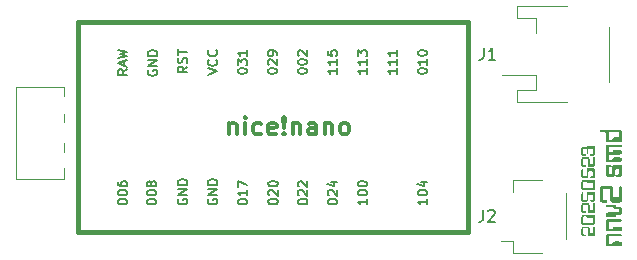
<source format=gbr>
%TF.GenerationSoftware,KiCad,Pcbnew,9.0.0*%
%TF.CreationDate,2025-05-24T09:04:45-07:00*%
%TF.ProjectId,nnv2-smd,6e6e7632-2d73-46d6-942e-6b696361645f,rev?*%
%TF.SameCoordinates,Original*%
%TF.FileFunction,Legend,Top*%
%TF.FilePolarity,Positive*%
%FSLAX46Y46*%
G04 Gerber Fmt 4.6, Leading zero omitted, Abs format (unit mm)*
G04 Created by KiCad (PCBNEW 9.0.0) date 2025-05-24 09:04:45*
%MOMM*%
%LPD*%
G01*
G04 APERTURE LIST*
%ADD10C,0.100000*%
%ADD11C,0.150000*%
%ADD12C,0.300000*%
%ADD13C,0.381000*%
%ADD14C,0.120000*%
G04 APERTURE END LIST*
D10*
G36*
X214629134Y-97236639D02*
G01*
X214636217Y-97124776D01*
X214647857Y-97086331D01*
X214666992Y-97058953D01*
X214694566Y-97039888D01*
X214734281Y-97028178D01*
X214850662Y-97021217D01*
X215776099Y-97021217D01*
X215866286Y-97028060D01*
X215912142Y-97043565D01*
X215939755Y-97073416D01*
X215950000Y-97124776D01*
X215940034Y-97175920D01*
X215913607Y-97204521D01*
X215869144Y-97218947D01*
X215779152Y-97225404D01*
X214980844Y-97225404D01*
X214895354Y-97233839D01*
X214858967Y-97252027D01*
X214840777Y-97288400D01*
X214832344Y-97373782D01*
X214832344Y-97692763D01*
X214840777Y-97778144D01*
X214858967Y-97814518D01*
X214895339Y-97832618D01*
X214980844Y-97841018D01*
X215059246Y-97841018D01*
X215120521Y-97835849D01*
X215150226Y-97824288D01*
X215169711Y-97800580D01*
X215188084Y-97748695D01*
X215209641Y-97697323D01*
X215232903Y-97673224D01*
X215268156Y-97661698D01*
X215345010Y-97656371D01*
X215711863Y-97656371D01*
X215831053Y-97663332D01*
X215873829Y-97674389D01*
X215903838Y-97691297D01*
X215925935Y-97715756D01*
X215940230Y-97748695D01*
X215950000Y-97843827D01*
X215945327Y-97926797D01*
X215934612Y-97971200D01*
X215912568Y-98004291D01*
X215874284Y-98031284D01*
X215819574Y-98045327D01*
X215711618Y-98048136D01*
X214850662Y-98048136D01*
X214734281Y-98041175D01*
X214694564Y-98029371D01*
X214666992Y-98010279D01*
X214647851Y-97982916D01*
X214636217Y-97944577D01*
X214629134Y-97832592D01*
X214629134Y-97236639D01*
G37*
G36*
X214629134Y-95986116D02*
G01*
X214636217Y-95874253D01*
X214647857Y-95835808D01*
X214666992Y-95808429D01*
X214694566Y-95789365D01*
X214734281Y-95777655D01*
X214850662Y-95770694D01*
X215776099Y-95770694D01*
X215866286Y-95777536D01*
X215912142Y-95793042D01*
X215939755Y-95822893D01*
X215950000Y-95874253D01*
X215940034Y-95925397D01*
X215913607Y-95953998D01*
X215869144Y-95968423D01*
X215779152Y-95974881D01*
X214980844Y-95974881D01*
X214895354Y-95983316D01*
X214858967Y-96001503D01*
X214840777Y-96037877D01*
X214832344Y-96123258D01*
X214832344Y-96442240D01*
X214840777Y-96527621D01*
X214858967Y-96563995D01*
X214895339Y-96582095D01*
X214980844Y-96590495D01*
X215059246Y-96590495D01*
X215120521Y-96585326D01*
X215150226Y-96573764D01*
X215169711Y-96550057D01*
X215188084Y-96498171D01*
X215209641Y-96446800D01*
X215232903Y-96422700D01*
X215268156Y-96411174D01*
X215345010Y-96405847D01*
X215711863Y-96405847D01*
X215831053Y-96412808D01*
X215873829Y-96423865D01*
X215903838Y-96440774D01*
X215925935Y-96465232D01*
X215940230Y-96498171D01*
X215950000Y-96593304D01*
X215945327Y-96676273D01*
X215934612Y-96720676D01*
X215912568Y-96753768D01*
X215874284Y-96780760D01*
X215819574Y-96794804D01*
X215711618Y-96797613D01*
X214850662Y-96797613D01*
X214734281Y-96790652D01*
X214694564Y-96778847D01*
X214666992Y-96759755D01*
X214647851Y-96732393D01*
X214636217Y-96694054D01*
X214629134Y-96582069D01*
X214629134Y-95986116D01*
G37*
G36*
X215298482Y-94553754D02*
G01*
X215375228Y-94559079D01*
X215410467Y-94570607D01*
X215433729Y-94594706D01*
X215455286Y-94646078D01*
X215473614Y-94697685D01*
X215492899Y-94720205D01*
X215522215Y-94730813D01*
X215583147Y-94735593D01*
X215736043Y-94735593D01*
X215847173Y-94744019D01*
X215885304Y-94756779D01*
X215912508Y-94776259D01*
X215931448Y-94803515D01*
X215943039Y-94841960D01*
X215950000Y-94953824D01*
X215950000Y-95183290D01*
X215943039Y-95295275D01*
X215931432Y-95333625D01*
X215912386Y-95360976D01*
X215885048Y-95380450D01*
X215846685Y-95393217D01*
X215734944Y-95401521D01*
X215578628Y-95401521D01*
X215515061Y-95406392D01*
X215486427Y-95416908D01*
X215467635Y-95439212D01*
X215447348Y-95491036D01*
X215427854Y-95542214D01*
X215404117Y-95566629D01*
X215367647Y-95578121D01*
X215290910Y-95583360D01*
X214866538Y-95583360D01*
X214745027Y-95576399D01*
X214702591Y-95565280D01*
X214673831Y-95548433D01*
X214652743Y-95524302D01*
X214638904Y-95492501D01*
X214629134Y-95398712D01*
X214633810Y-95315758D01*
X214644521Y-95271461D01*
X214666103Y-95238648D01*
X214701919Y-95214064D01*
X214756629Y-95198677D01*
X214867271Y-95194525D01*
X215598290Y-95194525D01*
X215679567Y-95187113D01*
X215717358Y-95170711D01*
X215738050Y-95138895D01*
X215746789Y-95074113D01*
X215738306Y-95001351D01*
X215718824Y-94966524D01*
X215681849Y-94948159D01*
X215601099Y-94939902D01*
X215421824Y-94939902D01*
X215360427Y-94935123D01*
X215330844Y-94924515D01*
X215311447Y-94901964D01*
X215292986Y-94850265D01*
X215271145Y-94799064D01*
X215246824Y-94774794D01*
X215210646Y-94763180D01*
X215136182Y-94757941D01*
X214799982Y-94757941D01*
X214710105Y-94751053D01*
X214665526Y-94735593D01*
X214639051Y-94705913D01*
X214629134Y-94654504D01*
X214639110Y-94603279D01*
X214665526Y-94574759D01*
X214709999Y-94560248D01*
X214799982Y-94553754D01*
X215298482Y-94553754D01*
G37*
G36*
X214970341Y-92978998D02*
G01*
X215051314Y-92983093D01*
X215101133Y-92993042D01*
X215141832Y-93012081D01*
X215173551Y-93040547D01*
X215194206Y-93073992D01*
X215207013Y-93114797D01*
X215215317Y-93255969D01*
X215215317Y-93689745D01*
X215222400Y-93821270D01*
X215235745Y-93863903D01*
X215259403Y-93892588D01*
X215293852Y-93911008D01*
X215347452Y-93922020D01*
X215508042Y-93927515D01*
X215623203Y-93917745D01*
X215657772Y-93902637D01*
X215684263Y-93877201D01*
X215701360Y-93852044D01*
X215709909Y-93814309D01*
X215714183Y-93752759D01*
X215715526Y-93656161D01*
X215715526Y-93202847D01*
X215716992Y-93092449D01*
X215726639Y-93040547D01*
X215739999Y-93012641D01*
X215764375Y-92988890D01*
X215796156Y-92973337D01*
X215835572Y-92967885D01*
X215891994Y-92978570D01*
X215924965Y-93007086D01*
X215942379Y-93054516D01*
X215950000Y-93146915D01*
X215950000Y-94109476D01*
X215940230Y-94241001D01*
X215924862Y-94286892D01*
X215900907Y-94319281D01*
X215866931Y-94342019D01*
X215817986Y-94357138D01*
X215677547Y-94366908D01*
X215250488Y-94366908D01*
X215119940Y-94359947D01*
X215081263Y-94348899D01*
X215048255Y-94330516D01*
X215015048Y-94295941D01*
X214994888Y-94254923D01*
X214985024Y-94203797D01*
X214980844Y-94114972D01*
X214980844Y-93471514D01*
X214980844Y-93390303D01*
X214971196Y-93296636D01*
X214957039Y-93265110D01*
X214935048Y-93242048D01*
X214904624Y-93226752D01*
X214857135Y-93216891D01*
X214722313Y-93211273D01*
X214569417Y-93211273D01*
X214433251Y-93218234D01*
X214387502Y-93230463D01*
X214356803Y-93250474D01*
X214335885Y-93279947D01*
X214323464Y-93323258D01*
X214316503Y-93451852D01*
X214316503Y-93902358D01*
X214323464Y-94015687D01*
X214333997Y-94055936D01*
X214349720Y-94084319D01*
X214372098Y-94105525D01*
X214401011Y-94119246D01*
X214485397Y-94129016D01*
X214546214Y-94131824D01*
X214634925Y-94141378D01*
X214679204Y-94158447D01*
X214705107Y-94189892D01*
X214715108Y-94246496D01*
X214704062Y-94310123D01*
X214676151Y-94343094D01*
X214626908Y-94359390D01*
X214519836Y-94366908D01*
X214349720Y-94366908D01*
X214210380Y-94357138D01*
X214162312Y-94341334D01*
X214129535Y-94316472D01*
X214106947Y-94280973D01*
X214091800Y-94228422D01*
X214082030Y-94075893D01*
X214082030Y-93278440D01*
X214090457Y-93128719D01*
X214102888Y-93080468D01*
X214120987Y-93046165D01*
X214150296Y-93012704D01*
X214190596Y-92991699D01*
X214253244Y-92981807D01*
X214349354Y-92978998D01*
X214970341Y-92978998D01*
G37*
G36*
X215734577Y-91154626D02*
G01*
X215846563Y-91163053D01*
X215885045Y-91175426D01*
X215912264Y-91193827D01*
X215931265Y-91219982D01*
X215943039Y-91258185D01*
X215950000Y-91370048D01*
X215950000Y-91966001D01*
X215942916Y-92077986D01*
X215931155Y-92116422D01*
X215911898Y-92143810D01*
X215884398Y-92162871D01*
X215845708Y-92174584D01*
X215732745Y-92181545D01*
X215639689Y-92181545D01*
X215551908Y-92174656D01*
X215508531Y-92159197D01*
X215482778Y-92129911D01*
X215473237Y-92080795D01*
X215481115Y-92033559D01*
X215501448Y-92006667D01*
X215536696Y-91990991D01*
X215608548Y-91980045D01*
X215689338Y-91969754D01*
X215722854Y-91952079D01*
X215739288Y-91918525D01*
X215746789Y-91842903D01*
X215746789Y-91694647D01*
X215741172Y-91614902D01*
X215719923Y-91570083D01*
X215674616Y-91549200D01*
X215596702Y-91543583D01*
X215503279Y-91543583D01*
X215417016Y-91552090D01*
X215381524Y-91570205D01*
X215364124Y-91606344D01*
X215356001Y-91691838D01*
X215356001Y-91968810D01*
X215347697Y-92079330D01*
X215334820Y-92118741D01*
X215315579Y-92145153D01*
X215288491Y-92163486D01*
X215250122Y-92175928D01*
X215138747Y-92184354D01*
X214849197Y-92184354D01*
X214733670Y-92177393D01*
X214694186Y-92165595D01*
X214666748Y-92146496D01*
X214647702Y-92119145D01*
X214636095Y-92080795D01*
X214629134Y-91968810D01*
X214629134Y-91367240D01*
X214636217Y-91255376D01*
X214647863Y-91216953D01*
X214666992Y-91189675D01*
X214694464Y-91170616D01*
X214734159Y-91158900D01*
X214850296Y-91151817D01*
X214909036Y-91151817D01*
X214975600Y-91158815D01*
X215012595Y-91175631D01*
X215034892Y-91205451D01*
X215043370Y-91255376D01*
X215036410Y-91300881D01*
X215018091Y-91329504D01*
X214987259Y-91348265D01*
X214933583Y-91361622D01*
X214876513Y-91373753D01*
X214850662Y-91392519D01*
X214838206Y-91425451D01*
X214832344Y-91501573D01*
X214832344Y-91831789D01*
X214838084Y-91908726D01*
X214859333Y-91953422D01*
X214877477Y-91965617D01*
X214904640Y-91973084D01*
X214982676Y-91977236D01*
X215005268Y-91977236D01*
X215083304Y-91971618D01*
X215128733Y-91950614D01*
X215141039Y-91932623D01*
X215148517Y-91905917D01*
X215152791Y-91828981D01*
X215152791Y-91370048D01*
X215161217Y-91256720D01*
X215174031Y-91217344D01*
X215193335Y-91191018D01*
X215220769Y-91172988D01*
X215260502Y-91161587D01*
X215376517Y-91154626D01*
X215734577Y-91154626D01*
G37*
G36*
X214629134Y-89674392D02*
G01*
X214636217Y-89562529D01*
X214647857Y-89524084D01*
X214666992Y-89496706D01*
X214694566Y-89477641D01*
X214734281Y-89465931D01*
X214850662Y-89458970D01*
X215776099Y-89458970D01*
X215866286Y-89465813D01*
X215912142Y-89481318D01*
X215939761Y-89511153D01*
X215950000Y-89562407D01*
X215940028Y-89613657D01*
X215913607Y-89642274D01*
X215869144Y-89656700D01*
X215779152Y-89663157D01*
X214980844Y-89663157D01*
X214895354Y-89671592D01*
X214858967Y-89689780D01*
X214840777Y-89726153D01*
X214832344Y-89811535D01*
X214832344Y-89942937D01*
X214840779Y-90028427D01*
X214858967Y-90064815D01*
X214895339Y-90082915D01*
X214980844Y-90091315D01*
X215059246Y-90091315D01*
X215120521Y-90086145D01*
X215150226Y-90074584D01*
X215169711Y-90050877D01*
X215188084Y-89998991D01*
X215209641Y-89947620D01*
X215232903Y-89923520D01*
X215268156Y-89911994D01*
X215345010Y-89906667D01*
X215711863Y-89906667D01*
X215831053Y-89913628D01*
X215873829Y-89924685D01*
X215903838Y-89941594D01*
X215926016Y-89965850D01*
X215940230Y-89997648D01*
X215950000Y-90091315D01*
X215945327Y-90174284D01*
X215934612Y-90218688D01*
X215912575Y-90251194D01*
X215874406Y-90275963D01*
X215819818Y-90291350D01*
X215711863Y-90295502D01*
X214980844Y-90295502D01*
X214895192Y-90303552D01*
X214858967Y-90320781D01*
X214840837Y-90355931D01*
X214832344Y-90441071D01*
X214832344Y-90572595D01*
X214840777Y-90657977D01*
X214858967Y-90694351D01*
X214895339Y-90712451D01*
X214980844Y-90720851D01*
X215059246Y-90720851D01*
X215120521Y-90715681D01*
X215150226Y-90704120D01*
X215169711Y-90680413D01*
X215188084Y-90628527D01*
X215209641Y-90577156D01*
X215232903Y-90553056D01*
X215268156Y-90541530D01*
X215345010Y-90536203D01*
X215711863Y-90536203D01*
X215831053Y-90543164D01*
X215873829Y-90554221D01*
X215903838Y-90571130D01*
X215925935Y-90595588D01*
X215940230Y-90628527D01*
X215950000Y-90723660D01*
X215945327Y-90806629D01*
X215934612Y-90851032D01*
X215912568Y-90884124D01*
X215874284Y-90911116D01*
X215819574Y-90925160D01*
X215711618Y-90927969D01*
X214850662Y-90927969D01*
X214734281Y-90921008D01*
X214694564Y-90909203D01*
X214666992Y-90890111D01*
X214647851Y-90862749D01*
X214636217Y-90824410D01*
X214629134Y-90712424D01*
X214629134Y-89674392D01*
G37*
G36*
X215840701Y-88217362D02*
G01*
X215879168Y-88230040D01*
X215906524Y-88249480D01*
X215926397Y-88276604D01*
X215940230Y-88313838D01*
X215950000Y-88418740D01*
X215950000Y-89020310D01*
X215943039Y-89130830D01*
X215931178Y-89170208D01*
X215912142Y-89196653D01*
X215884920Y-89214981D01*
X215846318Y-89227428D01*
X215734089Y-89235854D01*
X214847854Y-89235854D01*
X214734281Y-89228893D01*
X214694564Y-89217089D01*
X214666992Y-89197997D01*
X214647851Y-89170635D01*
X214636217Y-89132295D01*
X214629134Y-89020310D01*
X214629134Y-88558691D01*
X214832344Y-88558691D01*
X214832344Y-88883290D01*
X214840777Y-88968671D01*
X214858967Y-89005045D01*
X214895353Y-89023142D01*
X214980966Y-89031545D01*
X215059612Y-89031545D01*
X215120996Y-89026374D01*
X215150715Y-89014815D01*
X215170200Y-88991107D01*
X215188572Y-88939221D01*
X215210155Y-88887866D01*
X215233513Y-88863750D01*
X215268766Y-88852224D01*
X215345621Y-88846898D01*
X215598168Y-88846898D01*
X215678035Y-88842745D01*
X215704752Y-88834993D01*
X215722976Y-88821741D01*
X215742637Y-88775579D01*
X215746789Y-88695833D01*
X215746789Y-88561500D01*
X215741172Y-88484563D01*
X215720167Y-88438401D01*
X215701951Y-88424750D01*
X215675226Y-88415931D01*
X215598168Y-88410314D01*
X214980966Y-88410314D01*
X214895368Y-88418751D01*
X214858967Y-88436936D01*
X214840777Y-88473310D01*
X214832344Y-88558691D01*
X214629134Y-88558691D01*
X214629134Y-88541838D01*
X214621028Y-88471622D01*
X214602512Y-88438401D01*
X214568523Y-88420744D01*
X214500174Y-88413122D01*
X214245184Y-88413122D01*
X214155307Y-88406234D01*
X214110729Y-88390774D01*
X214084028Y-88361460D01*
X214074214Y-88312494D01*
X214084344Y-88258845D01*
X214110729Y-88229940D01*
X214155215Y-88215431D01*
X214245307Y-88208935D01*
X215734089Y-88208935D01*
X215840701Y-88217362D01*
G37*
G36*
X213068205Y-96390136D02*
G01*
X213116788Y-96392593D01*
X213146680Y-96398562D01*
X213171099Y-96409985D01*
X213190131Y-96427065D01*
X213202523Y-96447132D01*
X213210207Y-96471615D01*
X213215190Y-96556318D01*
X213215190Y-96816584D01*
X213219440Y-96895498D01*
X213227447Y-96921079D01*
X213241642Y-96938290D01*
X213262311Y-96949342D01*
X213294471Y-96955949D01*
X213390825Y-96959246D01*
X213459921Y-96953384D01*
X213480663Y-96944319D01*
X213496558Y-96929057D01*
X213506816Y-96913963D01*
X213511945Y-96891322D01*
X213514510Y-96854392D01*
X213515316Y-96796434D01*
X213515316Y-96524445D01*
X213516195Y-96458206D01*
X213521983Y-96427065D01*
X213529999Y-96410322D01*
X213544625Y-96396071D01*
X213563693Y-96386739D01*
X213587343Y-96383468D01*
X213621196Y-96389879D01*
X213640979Y-96406988D01*
X213651427Y-96435447D01*
X213656000Y-96490886D01*
X213656000Y-97068422D01*
X213650138Y-97147337D01*
X213640917Y-97174872D01*
X213626544Y-97194305D01*
X213606158Y-97207948D01*
X213576792Y-97217020D01*
X213492528Y-97222882D01*
X213236293Y-97222882D01*
X213157964Y-97218705D01*
X213134758Y-97212076D01*
X213114953Y-97201046D01*
X213095029Y-97180301D01*
X213082933Y-97155690D01*
X213077014Y-97125015D01*
X213074506Y-97071720D01*
X213074506Y-96685645D01*
X213074506Y-96636919D01*
X213068718Y-96580718D01*
X213060223Y-96561803D01*
X213047029Y-96547965D01*
X213028774Y-96538788D01*
X213000281Y-96532871D01*
X212919387Y-96529501D01*
X212827650Y-96529501D01*
X212745951Y-96533677D01*
X212718501Y-96541015D01*
X212700082Y-96553021D01*
X212687531Y-96570705D01*
X212680078Y-96596692D01*
X212675902Y-96673848D01*
X212675902Y-96944152D01*
X212680078Y-97012149D01*
X212686398Y-97036298D01*
X212695832Y-97053328D01*
X212709259Y-97066051D01*
X212726607Y-97074284D01*
X212777238Y-97080146D01*
X212813728Y-97081831D01*
X212866955Y-97087564D01*
X212893522Y-97097805D01*
X212909064Y-97116672D01*
X212915064Y-97150635D01*
X212908437Y-97188811D01*
X212891690Y-97208593D01*
X212862145Y-97218370D01*
X212797901Y-97222882D01*
X212695832Y-97222882D01*
X212612228Y-97217020D01*
X212583387Y-97207537D01*
X212563721Y-97192620D01*
X212550168Y-97171320D01*
X212541080Y-97139790D01*
X212535218Y-97048272D01*
X212535218Y-96569801D01*
X212540274Y-96479968D01*
X212547732Y-96451018D01*
X212558592Y-96430436D01*
X212576177Y-96410359D01*
X212600357Y-96397756D01*
X212637946Y-96391821D01*
X212695612Y-96390136D01*
X213068205Y-96390136D01*
G37*
G36*
X213581261Y-95388203D02*
G01*
X213608099Y-95397326D01*
X213627423Y-95411723D01*
X213641105Y-95431862D01*
X213650138Y-95460376D01*
X213656000Y-95541782D01*
X213656000Y-96080704D01*
X213650138Y-96168046D01*
X213640433Y-96198501D01*
X213624932Y-96219263D01*
X213602928Y-96233517D01*
X213572029Y-96242711D01*
X213482929Y-96248572D01*
X212699862Y-96248572D01*
X212611715Y-96242711D01*
X212586190Y-96233862D01*
X212567165Y-96220069D01*
X212551771Y-96199423D01*
X212541959Y-96173101D01*
X212537236Y-96140334D01*
X212535218Y-96082390D01*
X212535218Y-95652571D01*
X212675902Y-95652571D01*
X212675902Y-95961489D01*
X212680152Y-96042896D01*
X212687712Y-96069427D01*
X212700302Y-96086566D01*
X212718904Y-96097679D01*
X212747416Y-96104225D01*
X212834025Y-96107595D01*
X213348766Y-96107595D01*
X213439625Y-96104225D01*
X213470791Y-96098464D01*
X213490110Y-96089937D01*
X213503511Y-96076266D01*
X213511139Y-96055498D01*
X213515316Y-95991751D01*
X213515316Y-95815457D01*
X213511945Y-95720642D01*
X213505488Y-95689142D01*
X213495166Y-95670230D01*
X213478901Y-95657598D01*
X213453913Y-95650080D01*
X213377343Y-95645903D01*
X213148585Y-95645903D01*
X213091432Y-95644218D01*
X213040068Y-95642533D01*
X213008121Y-95634180D01*
X212987092Y-95614836D01*
X212970312Y-95580397D01*
X212953024Y-95548111D01*
X212937486Y-95533429D01*
X212915967Y-95526438D01*
X212872713Y-95523318D01*
X212803763Y-95521632D01*
X212739869Y-95526688D01*
X212716724Y-95534356D01*
X212700302Y-95546032D01*
X212688665Y-95562492D01*
X212680958Y-95586259D01*
X212675902Y-95652571D01*
X212535218Y-95652571D01*
X212535218Y-95545153D01*
X212541153Y-95461256D01*
X212550368Y-95432060D01*
X212564674Y-95411723D01*
X212585117Y-95397456D01*
X212615012Y-95388203D01*
X212699862Y-95382341D01*
X213504764Y-95382341D01*
X213581261Y-95388203D01*
G37*
G36*
X213068205Y-94402976D02*
G01*
X213116788Y-94405433D01*
X213146680Y-94411402D01*
X213171099Y-94422825D01*
X213190131Y-94439905D01*
X213202523Y-94459972D01*
X213210207Y-94484455D01*
X213215190Y-94569159D01*
X213215190Y-94829424D01*
X213219440Y-94908339D01*
X213227447Y-94933919D01*
X213241642Y-94951130D01*
X213262311Y-94962182D01*
X213294471Y-94968789D01*
X213390825Y-94972086D01*
X213459921Y-94966224D01*
X213480663Y-94957159D01*
X213496558Y-94941898D01*
X213506816Y-94926803D01*
X213511945Y-94904162D01*
X213514510Y-94867233D01*
X213515316Y-94809274D01*
X213515316Y-94537285D01*
X213516195Y-94471046D01*
X213521983Y-94439905D01*
X213529999Y-94423162D01*
X213544625Y-94408911D01*
X213563693Y-94399579D01*
X213587343Y-94396308D01*
X213621196Y-94402719D01*
X213640979Y-94419829D01*
X213651427Y-94448287D01*
X213656000Y-94503726D01*
X213656000Y-95081263D01*
X213650138Y-95160177D01*
X213640917Y-95187712D01*
X213626544Y-95207145D01*
X213606158Y-95220788D01*
X213576792Y-95229860D01*
X213492528Y-95235722D01*
X213236293Y-95235722D01*
X213157964Y-95231545D01*
X213134758Y-95224916D01*
X213114953Y-95213886D01*
X213095029Y-95193142D01*
X213082933Y-95168531D01*
X213077014Y-95137855D01*
X213074506Y-95084560D01*
X213074506Y-94698485D01*
X213074506Y-94649759D01*
X213068718Y-94593558D01*
X213060223Y-94574643D01*
X213047029Y-94560806D01*
X213028774Y-94551628D01*
X213000281Y-94545711D01*
X212919387Y-94542341D01*
X212827650Y-94542341D01*
X212745951Y-94546517D01*
X212718501Y-94553855D01*
X212700082Y-94565861D01*
X212687531Y-94583545D01*
X212680078Y-94609532D01*
X212675902Y-94686688D01*
X212675902Y-94956992D01*
X212680078Y-95024989D01*
X212686398Y-95049138D01*
X212695832Y-95066168D01*
X212709259Y-95078892D01*
X212726607Y-95087124D01*
X212777238Y-95092986D01*
X212813728Y-95094672D01*
X212866955Y-95100404D01*
X212893522Y-95110645D01*
X212909064Y-95129512D01*
X212915064Y-95163475D01*
X212908437Y-95201651D01*
X212891690Y-95221434D01*
X212862145Y-95231211D01*
X212797901Y-95235722D01*
X212695832Y-95235722D01*
X212612228Y-95229860D01*
X212583387Y-95220377D01*
X212563721Y-95205460D01*
X212550168Y-95184161D01*
X212541080Y-95152630D01*
X212535218Y-95061113D01*
X212535218Y-94582641D01*
X212540274Y-94492808D01*
X212547732Y-94463858D01*
X212558592Y-94443276D01*
X212576177Y-94423199D01*
X212600357Y-94410596D01*
X212637946Y-94404661D01*
X212695612Y-94402976D01*
X213068205Y-94402976D01*
G37*
G36*
X213476774Y-93440464D02*
G01*
X213570563Y-93446399D01*
X213602846Y-93455687D01*
X213625005Y-93469919D01*
X213640572Y-93490393D01*
X213650138Y-93519378D01*
X213656000Y-93605034D01*
X213656000Y-94100286D01*
X213650138Y-94190118D01*
X213640882Y-94221578D01*
X213626764Y-94242948D01*
X213606374Y-94257905D01*
X213577378Y-94267348D01*
X213492015Y-94273210D01*
X213396614Y-94273210D01*
X213331401Y-94270718D01*
X213301286Y-94258042D01*
X213282587Y-94234448D01*
X213276153Y-94202648D01*
X213282139Y-94168392D01*
X213297915Y-94148133D01*
X213324166Y-94136924D01*
X213373166Y-94132159D01*
X213447612Y-94127983D01*
X213473018Y-94121275D01*
X213490256Y-94111203D01*
X213502522Y-94096342D01*
X213510333Y-94075080D01*
X213515316Y-94012944D01*
X213515316Y-93846762D01*
X213511139Y-93771217D01*
X213504052Y-93745077D01*
X213492748Y-93727547D01*
X213476041Y-93715513D01*
X213451715Y-93708276D01*
X213381300Y-93704026D01*
X213260766Y-93704026D01*
X213182071Y-93708276D01*
X213156236Y-93715937D01*
X213138473Y-93729232D01*
X213126825Y-93748897D01*
X213120082Y-93779644D01*
X213116711Y-93870282D01*
X213116711Y-94106953D01*
X213110849Y-94192609D01*
X213101803Y-94221965D01*
X213088062Y-94242948D01*
X213068365Y-94257905D01*
X213040068Y-94267348D01*
X212958295Y-94273210D01*
X212671725Y-94273210D01*
X212605193Y-94266468D01*
X212581243Y-94256820D01*
X212563062Y-94242142D01*
X212549919Y-94222123D01*
X212541153Y-94194295D01*
X212535218Y-94118750D01*
X212535218Y-93611702D01*
X212540083Y-93548694D01*
X212550972Y-93517693D01*
X212571560Y-93499304D01*
X212606366Y-93492487D01*
X212640141Y-93498474D01*
X212660221Y-93514323D01*
X212671184Y-93540880D01*
X212675902Y-93591552D01*
X212675902Y-93996165D01*
X212681031Y-94071709D01*
X212688429Y-94096055D01*
X212698103Y-94110324D01*
X212714700Y-94119846D01*
X212744998Y-94127983D01*
X212836223Y-94133845D01*
X212909569Y-94128789D01*
X212934316Y-94120678D01*
X212951334Y-94107833D01*
X212963065Y-94089573D01*
X212970898Y-94063356D01*
X212976027Y-93986127D01*
X212976027Y-93613387D01*
X212981889Y-93524434D01*
X212991087Y-93493548D01*
X213005337Y-93471605D01*
X213025695Y-93455935D01*
X213053916Y-93446399D01*
X213136788Y-93440464D01*
X213476774Y-93440464D01*
G37*
G36*
X213581261Y-92444392D02*
G01*
X213608099Y-92453515D01*
X213627423Y-92467913D01*
X213641105Y-92488051D01*
X213650138Y-92516566D01*
X213656000Y-92597972D01*
X213656000Y-93136894D01*
X213650138Y-93224235D01*
X213640433Y-93254691D01*
X213624932Y-93275453D01*
X213602928Y-93289706D01*
X213572029Y-93298900D01*
X213482929Y-93304762D01*
X212699862Y-93304762D01*
X212611715Y-93298900D01*
X212586190Y-93290052D01*
X212567165Y-93276259D01*
X212551771Y-93255613D01*
X212541959Y-93229291D01*
X212537236Y-93196524D01*
X212535218Y-93138579D01*
X212535218Y-92708761D01*
X212675902Y-92708761D01*
X212675902Y-93017679D01*
X212680152Y-93099085D01*
X212687712Y-93125617D01*
X212700302Y-93142756D01*
X212718904Y-93153869D01*
X212747416Y-93160415D01*
X212834025Y-93163785D01*
X213348766Y-93163785D01*
X213439625Y-93160415D01*
X213470791Y-93154653D01*
X213490110Y-93146127D01*
X213503511Y-93132456D01*
X213511139Y-93111688D01*
X213515316Y-93047941D01*
X213515316Y-92871646D01*
X213511945Y-92776831D01*
X213505488Y-92745332D01*
X213495166Y-92726420D01*
X213478901Y-92713788D01*
X213453913Y-92706270D01*
X213377343Y-92702093D01*
X213148585Y-92702093D01*
X213091432Y-92700408D01*
X213040068Y-92698722D01*
X213008121Y-92690369D01*
X212987092Y-92671025D01*
X212970312Y-92636587D01*
X212953024Y-92604300D01*
X212937486Y-92589619D01*
X212915967Y-92582628D01*
X212872713Y-92579508D01*
X212803763Y-92577822D01*
X212739869Y-92582878D01*
X212716724Y-92590545D01*
X212700302Y-92602222D01*
X212688665Y-92618682D01*
X212680958Y-92642449D01*
X212675902Y-92708761D01*
X212535218Y-92708761D01*
X212535218Y-92601343D01*
X212541153Y-92517445D01*
X212550368Y-92488250D01*
X212564674Y-92467913D01*
X212585117Y-92453646D01*
X212615012Y-92444392D01*
X212699862Y-92438531D01*
X213504764Y-92438531D01*
X213581261Y-92444392D01*
G37*
G36*
X213476774Y-91459166D02*
G01*
X213570563Y-91465101D01*
X213602846Y-91474389D01*
X213625005Y-91488621D01*
X213640572Y-91509095D01*
X213650138Y-91538080D01*
X213656000Y-91623736D01*
X213656000Y-92118988D01*
X213650138Y-92208820D01*
X213640882Y-92240280D01*
X213626764Y-92261650D01*
X213606374Y-92276607D01*
X213577378Y-92286050D01*
X213492015Y-92291912D01*
X213396614Y-92291912D01*
X213331401Y-92289420D01*
X213301286Y-92276744D01*
X213282587Y-92253150D01*
X213276153Y-92221350D01*
X213282139Y-92187094D01*
X213297915Y-92166835D01*
X213324166Y-92155626D01*
X213373166Y-92150861D01*
X213447612Y-92146685D01*
X213473018Y-92139977D01*
X213490256Y-92129905D01*
X213502522Y-92115044D01*
X213510333Y-92093782D01*
X213515316Y-92031646D01*
X213515316Y-91865464D01*
X213511139Y-91789919D01*
X213504052Y-91763779D01*
X213492748Y-91746249D01*
X213476041Y-91734215D01*
X213451715Y-91726978D01*
X213381300Y-91722728D01*
X213260766Y-91722728D01*
X213182071Y-91726978D01*
X213156236Y-91734639D01*
X213138473Y-91747934D01*
X213126825Y-91767599D01*
X213120082Y-91798346D01*
X213116711Y-91888984D01*
X213116711Y-92125655D01*
X213110849Y-92211311D01*
X213101803Y-92240667D01*
X213088062Y-92261650D01*
X213068365Y-92276608D01*
X213040068Y-92286050D01*
X212958295Y-92291912D01*
X212671725Y-92291912D01*
X212605193Y-92285170D01*
X212581243Y-92275522D01*
X212563062Y-92260844D01*
X212549919Y-92240825D01*
X212541153Y-92212997D01*
X212535218Y-92137452D01*
X212535218Y-91630404D01*
X212540083Y-91567396D01*
X212550972Y-91536395D01*
X212571560Y-91518006D01*
X212606366Y-91511189D01*
X212640141Y-91517176D01*
X212660221Y-91533025D01*
X212671184Y-91559582D01*
X212675902Y-91610254D01*
X212675902Y-92014867D01*
X212681031Y-92090411D01*
X212688429Y-92114757D01*
X212698103Y-92129026D01*
X212714700Y-92138548D01*
X212744998Y-92146685D01*
X212836223Y-92152547D01*
X212909569Y-92147491D01*
X212934316Y-92139380D01*
X212951334Y-92126535D01*
X212963065Y-92108275D01*
X212970898Y-92082058D01*
X212976027Y-92004829D01*
X212976027Y-91632090D01*
X212981889Y-91543136D01*
X212991087Y-91512250D01*
X213005337Y-91490307D01*
X213025695Y-91474637D01*
X213053916Y-91465101D01*
X213136788Y-91459166D01*
X213476774Y-91459166D01*
G37*
G36*
X213068205Y-90502515D02*
G01*
X213116788Y-90504972D01*
X213146680Y-90510942D01*
X213171099Y-90522365D01*
X213190131Y-90539445D01*
X213202523Y-90559512D01*
X213210207Y-90583995D01*
X213215190Y-90668698D01*
X213215190Y-90928963D01*
X213219440Y-91007878D01*
X213227447Y-91033458D01*
X213241642Y-91050669D01*
X213262311Y-91061721D01*
X213294471Y-91068328D01*
X213390825Y-91071625D01*
X213459921Y-91065764D01*
X213480663Y-91056699D01*
X213496558Y-91041437D01*
X213506816Y-91026343D01*
X213511945Y-91003702D01*
X213514510Y-90966772D01*
X213515316Y-90908813D01*
X213515316Y-90636824D01*
X213516195Y-90570586D01*
X213521983Y-90539445D01*
X213529999Y-90522701D01*
X213544625Y-90508450D01*
X213563693Y-90499119D01*
X213587343Y-90495847D01*
X213621196Y-90502259D01*
X213640979Y-90519368D01*
X213651427Y-90547826D01*
X213656000Y-90603265D01*
X213656000Y-91180802D01*
X213650138Y-91259717D01*
X213640917Y-91287251D01*
X213626544Y-91306685D01*
X213606158Y-91320328D01*
X213576792Y-91329399D01*
X213492528Y-91335261D01*
X213236293Y-91335261D01*
X213157964Y-91331085D01*
X213134758Y-91324456D01*
X213114953Y-91313426D01*
X213095029Y-91292681D01*
X213082933Y-91268070D01*
X213077014Y-91237395D01*
X213074506Y-91184099D01*
X213074506Y-90798025D01*
X213074506Y-90749298D01*
X213068718Y-90693098D01*
X213060223Y-90674182D01*
X213047029Y-90660345D01*
X213028774Y-90651168D01*
X213000281Y-90645251D01*
X212919387Y-90641880D01*
X212827650Y-90641880D01*
X212745951Y-90646057D01*
X212718501Y-90653394D01*
X212700082Y-90665401D01*
X212687531Y-90683084D01*
X212680078Y-90709071D01*
X212675902Y-90786228D01*
X212675902Y-91056531D01*
X212680078Y-91124528D01*
X212686398Y-91148678D01*
X212695832Y-91165708D01*
X212709259Y-91178431D01*
X212726607Y-91186664D01*
X212777238Y-91192526D01*
X212813728Y-91194211D01*
X212866955Y-91199943D01*
X212893522Y-91210184D01*
X212909064Y-91229052D01*
X212915064Y-91263014D01*
X212908437Y-91301190D01*
X212891690Y-91320973D01*
X212862145Y-91330750D01*
X212797901Y-91335261D01*
X212695832Y-91335261D01*
X212612228Y-91329399D01*
X212583387Y-91319917D01*
X212563721Y-91305000D01*
X212550168Y-91283700D01*
X212541080Y-91252170D01*
X212535218Y-91160652D01*
X212535218Y-90682180D01*
X212540274Y-90592348D01*
X212547732Y-90563397D01*
X212558592Y-90542815D01*
X212576177Y-90522739D01*
X212600357Y-90510136D01*
X212637946Y-90504200D01*
X212695612Y-90502515D01*
X213068205Y-90502515D01*
G37*
G36*
X213494653Y-89550115D02*
G01*
X213580382Y-89555976D01*
X213603878Y-89564975D01*
X213624053Y-89580303D01*
X213640026Y-89602138D01*
X213650138Y-89629836D01*
X213655193Y-89669330D01*
X213656000Y-89728021D01*
X213656000Y-90201437D01*
X213650064Y-90295519D01*
X213640925Y-90328079D01*
X213627203Y-90350914D01*
X213607277Y-90367369D01*
X213578916Y-90377805D01*
X213496778Y-90384473D01*
X213384963Y-90384473D01*
X213327458Y-90379429D01*
X213296889Y-90367693D01*
X213278316Y-90346117D01*
X213271464Y-90310614D01*
X213275787Y-90277861D01*
X213282071Y-90266672D01*
X213292933Y-90257711D01*
X213327297Y-90246793D01*
X213383058Y-90241737D01*
X213454353Y-90235875D01*
X213478624Y-90229001D01*
X213494726Y-90218290D01*
X213505476Y-90202365D01*
X213511872Y-90177990D01*
X213515316Y-90105816D01*
X213515316Y-89974804D01*
X213511066Y-89887536D01*
X213503770Y-89858387D01*
X213492381Y-89839689D01*
X213475013Y-89827106D01*
X213448124Y-89819539D01*
X213367304Y-89815362D01*
X213282161Y-89815362D01*
X213226034Y-89817048D01*
X213165658Y-89822103D01*
X213144987Y-89829894D01*
X213130780Y-89842254D01*
X213121356Y-89859467D01*
X213115466Y-89885045D01*
X213112022Y-89959710D01*
X213112022Y-90144357D01*
X213107385Y-90207380D01*
X213097147Y-90237561D01*
X213077241Y-90255238D01*
X213042486Y-90261887D01*
X213006248Y-90255363D01*
X212986286Y-90238440D01*
X212975944Y-90209535D01*
X212971338Y-90151099D01*
X212971338Y-89959710D01*
X212968041Y-89879989D01*
X212961322Y-89853370D01*
X212949649Y-89836318D01*
X212932089Y-89825183D01*
X212905466Y-89818733D01*
X212824426Y-89815362D01*
X212745218Y-89819539D01*
X212718388Y-89826638D01*
X212700155Y-89838004D01*
X212687541Y-89854913D01*
X212680078Y-89879989D01*
X212675902Y-89954654D01*
X212675902Y-90120910D01*
X212681871Y-90184823D01*
X212695173Y-90214919D01*
X212721187Y-90231682D01*
X212776286Y-90240052D01*
X212818051Y-90241737D01*
X212869883Y-90248854D01*
X212894988Y-90259396D01*
X212909407Y-90278158D01*
X212915064Y-90312299D01*
X212909095Y-90346709D01*
X212893229Y-90367693D01*
X212867321Y-90379610D01*
X212822594Y-90384473D01*
X212701621Y-90384473D01*
X212616771Y-90379417D01*
X212592417Y-90371345D01*
X212572221Y-90357581D01*
X212553851Y-90336949D01*
X212542765Y-90312299D01*
X212537451Y-90281844D01*
X212535218Y-90230013D01*
X212535218Y-89832142D01*
X212537710Y-89775578D01*
X212543644Y-89742309D01*
X212555566Y-89715777D01*
X212573833Y-89696147D01*
X212594056Y-89684424D01*
X212619262Y-89676877D01*
X212657071Y-89673506D01*
X212715030Y-89672627D01*
X212830947Y-89672627D01*
X212894841Y-89670942D01*
X212931844Y-89662588D01*
X212953679Y-89642438D01*
X212972071Y-89605509D01*
X212988117Y-89576127D01*
X213009073Y-89559347D01*
X213046076Y-89551800D01*
X213108212Y-89550115D01*
X213494653Y-89550115D01*
G37*
D11*
X191842295Y-82991142D02*
X191842295Y-83448285D01*
X191842295Y-83219713D02*
X191042295Y-83219713D01*
X191042295Y-83219713D02*
X191156580Y-83295904D01*
X191156580Y-83295904D02*
X191232771Y-83372094D01*
X191232771Y-83372094D02*
X191270866Y-83448285D01*
X191842295Y-82229237D02*
X191842295Y-82686380D01*
X191842295Y-82457808D02*
X191042295Y-82457808D01*
X191042295Y-82457808D02*
X191156580Y-82533999D01*
X191156580Y-82533999D02*
X191232771Y-82610189D01*
X191232771Y-82610189D02*
X191270866Y-82686380D01*
X191042295Y-81505427D02*
X191042295Y-81886379D01*
X191042295Y-81886379D02*
X191423247Y-81924475D01*
X191423247Y-81924475D02*
X191385152Y-81886379D01*
X191385152Y-81886379D02*
X191347057Y-81810189D01*
X191347057Y-81810189D02*
X191347057Y-81619713D01*
X191347057Y-81619713D02*
X191385152Y-81543522D01*
X191385152Y-81543522D02*
X191423247Y-81505427D01*
X191423247Y-81505427D02*
X191499438Y-81467332D01*
X191499438Y-81467332D02*
X191689914Y-81467332D01*
X191689914Y-81467332D02*
X191766104Y-81505427D01*
X191766104Y-81505427D02*
X191804200Y-81543522D01*
X191804200Y-81543522D02*
X191842295Y-81619713D01*
X191842295Y-81619713D02*
X191842295Y-81810189D01*
X191842295Y-81810189D02*
X191804200Y-81886379D01*
X191804200Y-81886379D02*
X191766104Y-81924475D01*
X188532295Y-94332189D02*
X188532295Y-94255999D01*
X188532295Y-94255999D02*
X188570390Y-94179808D01*
X188570390Y-94179808D02*
X188608485Y-94141713D01*
X188608485Y-94141713D02*
X188684676Y-94103618D01*
X188684676Y-94103618D02*
X188837057Y-94065523D01*
X188837057Y-94065523D02*
X189027533Y-94065523D01*
X189027533Y-94065523D02*
X189179914Y-94103618D01*
X189179914Y-94103618D02*
X189256104Y-94141713D01*
X189256104Y-94141713D02*
X189294200Y-94179808D01*
X189294200Y-94179808D02*
X189332295Y-94255999D01*
X189332295Y-94255999D02*
X189332295Y-94332189D01*
X189332295Y-94332189D02*
X189294200Y-94408380D01*
X189294200Y-94408380D02*
X189256104Y-94446475D01*
X189256104Y-94446475D02*
X189179914Y-94484570D01*
X189179914Y-94484570D02*
X189027533Y-94522666D01*
X189027533Y-94522666D02*
X188837057Y-94522666D01*
X188837057Y-94522666D02*
X188684676Y-94484570D01*
X188684676Y-94484570D02*
X188608485Y-94446475D01*
X188608485Y-94446475D02*
X188570390Y-94408380D01*
X188570390Y-94408380D02*
X188532295Y-94332189D01*
X188608485Y-93760761D02*
X188570390Y-93722665D01*
X188570390Y-93722665D02*
X188532295Y-93646475D01*
X188532295Y-93646475D02*
X188532295Y-93455999D01*
X188532295Y-93455999D02*
X188570390Y-93379808D01*
X188570390Y-93379808D02*
X188608485Y-93341713D01*
X188608485Y-93341713D02*
X188684676Y-93303618D01*
X188684676Y-93303618D02*
X188760866Y-93303618D01*
X188760866Y-93303618D02*
X188875152Y-93341713D01*
X188875152Y-93341713D02*
X189332295Y-93798856D01*
X189332295Y-93798856D02*
X189332295Y-93303618D01*
X188608485Y-92998856D02*
X188570390Y-92960760D01*
X188570390Y-92960760D02*
X188532295Y-92884570D01*
X188532295Y-92884570D02*
X188532295Y-92694094D01*
X188532295Y-92694094D02*
X188570390Y-92617903D01*
X188570390Y-92617903D02*
X188608485Y-92579808D01*
X188608485Y-92579808D02*
X188684676Y-92541713D01*
X188684676Y-92541713D02*
X188760866Y-92541713D01*
X188760866Y-92541713D02*
X188875152Y-92579808D01*
X188875152Y-92579808D02*
X189332295Y-93036951D01*
X189332295Y-93036951D02*
X189332295Y-92541713D01*
X186032295Y-94332189D02*
X186032295Y-94255999D01*
X186032295Y-94255999D02*
X186070390Y-94179808D01*
X186070390Y-94179808D02*
X186108485Y-94141713D01*
X186108485Y-94141713D02*
X186184676Y-94103618D01*
X186184676Y-94103618D02*
X186337057Y-94065523D01*
X186337057Y-94065523D02*
X186527533Y-94065523D01*
X186527533Y-94065523D02*
X186679914Y-94103618D01*
X186679914Y-94103618D02*
X186756104Y-94141713D01*
X186756104Y-94141713D02*
X186794200Y-94179808D01*
X186794200Y-94179808D02*
X186832295Y-94255999D01*
X186832295Y-94255999D02*
X186832295Y-94332189D01*
X186832295Y-94332189D02*
X186794200Y-94408380D01*
X186794200Y-94408380D02*
X186756104Y-94446475D01*
X186756104Y-94446475D02*
X186679914Y-94484570D01*
X186679914Y-94484570D02*
X186527533Y-94522666D01*
X186527533Y-94522666D02*
X186337057Y-94522666D01*
X186337057Y-94522666D02*
X186184676Y-94484570D01*
X186184676Y-94484570D02*
X186108485Y-94446475D01*
X186108485Y-94446475D02*
X186070390Y-94408380D01*
X186070390Y-94408380D02*
X186032295Y-94332189D01*
X186108485Y-93760761D02*
X186070390Y-93722665D01*
X186070390Y-93722665D02*
X186032295Y-93646475D01*
X186032295Y-93646475D02*
X186032295Y-93455999D01*
X186032295Y-93455999D02*
X186070390Y-93379808D01*
X186070390Y-93379808D02*
X186108485Y-93341713D01*
X186108485Y-93341713D02*
X186184676Y-93303618D01*
X186184676Y-93303618D02*
X186260866Y-93303618D01*
X186260866Y-93303618D02*
X186375152Y-93341713D01*
X186375152Y-93341713D02*
X186832295Y-93798856D01*
X186832295Y-93798856D02*
X186832295Y-93303618D01*
X186032295Y-92808379D02*
X186032295Y-92732189D01*
X186032295Y-92732189D02*
X186070390Y-92655998D01*
X186070390Y-92655998D02*
X186108485Y-92617903D01*
X186108485Y-92617903D02*
X186184676Y-92579808D01*
X186184676Y-92579808D02*
X186337057Y-92541713D01*
X186337057Y-92541713D02*
X186527533Y-92541713D01*
X186527533Y-92541713D02*
X186679914Y-92579808D01*
X186679914Y-92579808D02*
X186756104Y-92617903D01*
X186756104Y-92617903D02*
X186794200Y-92655998D01*
X186794200Y-92655998D02*
X186832295Y-92732189D01*
X186832295Y-92732189D02*
X186832295Y-92808379D01*
X186832295Y-92808379D02*
X186794200Y-92884570D01*
X186794200Y-92884570D02*
X186756104Y-92922665D01*
X186756104Y-92922665D02*
X186679914Y-92960760D01*
X186679914Y-92960760D02*
X186527533Y-92998856D01*
X186527533Y-92998856D02*
X186337057Y-92998856D01*
X186337057Y-92998856D02*
X186184676Y-92960760D01*
X186184676Y-92960760D02*
X186108485Y-92922665D01*
X186108485Y-92922665D02*
X186070390Y-92884570D01*
X186070390Y-92884570D02*
X186032295Y-92808379D01*
X173262295Y-94332189D02*
X173262295Y-94255999D01*
X173262295Y-94255999D02*
X173300390Y-94179808D01*
X173300390Y-94179808D02*
X173338485Y-94141713D01*
X173338485Y-94141713D02*
X173414676Y-94103618D01*
X173414676Y-94103618D02*
X173567057Y-94065523D01*
X173567057Y-94065523D02*
X173757533Y-94065523D01*
X173757533Y-94065523D02*
X173909914Y-94103618D01*
X173909914Y-94103618D02*
X173986104Y-94141713D01*
X173986104Y-94141713D02*
X174024200Y-94179808D01*
X174024200Y-94179808D02*
X174062295Y-94255999D01*
X174062295Y-94255999D02*
X174062295Y-94332189D01*
X174062295Y-94332189D02*
X174024200Y-94408380D01*
X174024200Y-94408380D02*
X173986104Y-94446475D01*
X173986104Y-94446475D02*
X173909914Y-94484570D01*
X173909914Y-94484570D02*
X173757533Y-94522666D01*
X173757533Y-94522666D02*
X173567057Y-94522666D01*
X173567057Y-94522666D02*
X173414676Y-94484570D01*
X173414676Y-94484570D02*
X173338485Y-94446475D01*
X173338485Y-94446475D02*
X173300390Y-94408380D01*
X173300390Y-94408380D02*
X173262295Y-94332189D01*
X173262295Y-93570284D02*
X173262295Y-93494094D01*
X173262295Y-93494094D02*
X173300390Y-93417903D01*
X173300390Y-93417903D02*
X173338485Y-93379808D01*
X173338485Y-93379808D02*
X173414676Y-93341713D01*
X173414676Y-93341713D02*
X173567057Y-93303618D01*
X173567057Y-93303618D02*
X173757533Y-93303618D01*
X173757533Y-93303618D02*
X173909914Y-93341713D01*
X173909914Y-93341713D02*
X173986104Y-93379808D01*
X173986104Y-93379808D02*
X174024200Y-93417903D01*
X174024200Y-93417903D02*
X174062295Y-93494094D01*
X174062295Y-93494094D02*
X174062295Y-93570284D01*
X174062295Y-93570284D02*
X174024200Y-93646475D01*
X174024200Y-93646475D02*
X173986104Y-93684570D01*
X173986104Y-93684570D02*
X173909914Y-93722665D01*
X173909914Y-93722665D02*
X173757533Y-93760761D01*
X173757533Y-93760761D02*
X173567057Y-93760761D01*
X173567057Y-93760761D02*
X173414676Y-93722665D01*
X173414676Y-93722665D02*
X173338485Y-93684570D01*
X173338485Y-93684570D02*
X173300390Y-93646475D01*
X173300390Y-93646475D02*
X173262295Y-93570284D01*
X173262295Y-92617903D02*
X173262295Y-92770284D01*
X173262295Y-92770284D02*
X173300390Y-92846475D01*
X173300390Y-92846475D02*
X173338485Y-92884570D01*
X173338485Y-92884570D02*
X173452771Y-92960760D01*
X173452771Y-92960760D02*
X173605152Y-92998856D01*
X173605152Y-92998856D02*
X173909914Y-92998856D01*
X173909914Y-92998856D02*
X173986104Y-92960760D01*
X173986104Y-92960760D02*
X174024200Y-92922665D01*
X174024200Y-92922665D02*
X174062295Y-92846475D01*
X174062295Y-92846475D02*
X174062295Y-92694094D01*
X174062295Y-92694094D02*
X174024200Y-92617903D01*
X174024200Y-92617903D02*
X173986104Y-92579808D01*
X173986104Y-92579808D02*
X173909914Y-92541713D01*
X173909914Y-92541713D02*
X173719438Y-92541713D01*
X173719438Y-92541713D02*
X173643247Y-92579808D01*
X173643247Y-92579808D02*
X173605152Y-92617903D01*
X173605152Y-92617903D02*
X173567057Y-92694094D01*
X173567057Y-92694094D02*
X173567057Y-92846475D01*
X173567057Y-92846475D02*
X173605152Y-92922665D01*
X173605152Y-92922665D02*
X173643247Y-92960760D01*
X173643247Y-92960760D02*
X173719438Y-92998856D01*
X175732295Y-94332189D02*
X175732295Y-94255999D01*
X175732295Y-94255999D02*
X175770390Y-94179808D01*
X175770390Y-94179808D02*
X175808485Y-94141713D01*
X175808485Y-94141713D02*
X175884676Y-94103618D01*
X175884676Y-94103618D02*
X176037057Y-94065523D01*
X176037057Y-94065523D02*
X176227533Y-94065523D01*
X176227533Y-94065523D02*
X176379914Y-94103618D01*
X176379914Y-94103618D02*
X176456104Y-94141713D01*
X176456104Y-94141713D02*
X176494200Y-94179808D01*
X176494200Y-94179808D02*
X176532295Y-94255999D01*
X176532295Y-94255999D02*
X176532295Y-94332189D01*
X176532295Y-94332189D02*
X176494200Y-94408380D01*
X176494200Y-94408380D02*
X176456104Y-94446475D01*
X176456104Y-94446475D02*
X176379914Y-94484570D01*
X176379914Y-94484570D02*
X176227533Y-94522666D01*
X176227533Y-94522666D02*
X176037057Y-94522666D01*
X176037057Y-94522666D02*
X175884676Y-94484570D01*
X175884676Y-94484570D02*
X175808485Y-94446475D01*
X175808485Y-94446475D02*
X175770390Y-94408380D01*
X175770390Y-94408380D02*
X175732295Y-94332189D01*
X175732295Y-93570284D02*
X175732295Y-93494094D01*
X175732295Y-93494094D02*
X175770390Y-93417903D01*
X175770390Y-93417903D02*
X175808485Y-93379808D01*
X175808485Y-93379808D02*
X175884676Y-93341713D01*
X175884676Y-93341713D02*
X176037057Y-93303618D01*
X176037057Y-93303618D02*
X176227533Y-93303618D01*
X176227533Y-93303618D02*
X176379914Y-93341713D01*
X176379914Y-93341713D02*
X176456104Y-93379808D01*
X176456104Y-93379808D02*
X176494200Y-93417903D01*
X176494200Y-93417903D02*
X176532295Y-93494094D01*
X176532295Y-93494094D02*
X176532295Y-93570284D01*
X176532295Y-93570284D02*
X176494200Y-93646475D01*
X176494200Y-93646475D02*
X176456104Y-93684570D01*
X176456104Y-93684570D02*
X176379914Y-93722665D01*
X176379914Y-93722665D02*
X176227533Y-93760761D01*
X176227533Y-93760761D02*
X176037057Y-93760761D01*
X176037057Y-93760761D02*
X175884676Y-93722665D01*
X175884676Y-93722665D02*
X175808485Y-93684570D01*
X175808485Y-93684570D02*
X175770390Y-93646475D01*
X175770390Y-93646475D02*
X175732295Y-93570284D01*
X176075152Y-92846475D02*
X176037057Y-92922665D01*
X176037057Y-92922665D02*
X175998961Y-92960760D01*
X175998961Y-92960760D02*
X175922771Y-92998856D01*
X175922771Y-92998856D02*
X175884676Y-92998856D01*
X175884676Y-92998856D02*
X175808485Y-92960760D01*
X175808485Y-92960760D02*
X175770390Y-92922665D01*
X175770390Y-92922665D02*
X175732295Y-92846475D01*
X175732295Y-92846475D02*
X175732295Y-92694094D01*
X175732295Y-92694094D02*
X175770390Y-92617903D01*
X175770390Y-92617903D02*
X175808485Y-92579808D01*
X175808485Y-92579808D02*
X175884676Y-92541713D01*
X175884676Y-92541713D02*
X175922771Y-92541713D01*
X175922771Y-92541713D02*
X175998961Y-92579808D01*
X175998961Y-92579808D02*
X176037057Y-92617903D01*
X176037057Y-92617903D02*
X176075152Y-92694094D01*
X176075152Y-92694094D02*
X176075152Y-92846475D01*
X176075152Y-92846475D02*
X176113247Y-92922665D01*
X176113247Y-92922665D02*
X176151342Y-92960760D01*
X176151342Y-92960760D02*
X176227533Y-92998856D01*
X176227533Y-92998856D02*
X176379914Y-92998856D01*
X176379914Y-92998856D02*
X176456104Y-92960760D01*
X176456104Y-92960760D02*
X176494200Y-92922665D01*
X176494200Y-92922665D02*
X176532295Y-92846475D01*
X176532295Y-92846475D02*
X176532295Y-92694094D01*
X176532295Y-92694094D02*
X176494200Y-92617903D01*
X176494200Y-92617903D02*
X176456104Y-92579808D01*
X176456104Y-92579808D02*
X176379914Y-92541713D01*
X176379914Y-92541713D02*
X176227533Y-92541713D01*
X176227533Y-92541713D02*
X176151342Y-92579808D01*
X176151342Y-92579808D02*
X176113247Y-92617903D01*
X176113247Y-92617903D02*
X176075152Y-92694094D01*
X188502295Y-83257808D02*
X188502295Y-83181618D01*
X188502295Y-83181618D02*
X188540390Y-83105427D01*
X188540390Y-83105427D02*
X188578485Y-83067332D01*
X188578485Y-83067332D02*
X188654676Y-83029237D01*
X188654676Y-83029237D02*
X188807057Y-82991142D01*
X188807057Y-82991142D02*
X188997533Y-82991142D01*
X188997533Y-82991142D02*
X189149914Y-83029237D01*
X189149914Y-83029237D02*
X189226104Y-83067332D01*
X189226104Y-83067332D02*
X189264200Y-83105427D01*
X189264200Y-83105427D02*
X189302295Y-83181618D01*
X189302295Y-83181618D02*
X189302295Y-83257808D01*
X189302295Y-83257808D02*
X189264200Y-83333999D01*
X189264200Y-83333999D02*
X189226104Y-83372094D01*
X189226104Y-83372094D02*
X189149914Y-83410189D01*
X189149914Y-83410189D02*
X188997533Y-83448285D01*
X188997533Y-83448285D02*
X188807057Y-83448285D01*
X188807057Y-83448285D02*
X188654676Y-83410189D01*
X188654676Y-83410189D02*
X188578485Y-83372094D01*
X188578485Y-83372094D02*
X188540390Y-83333999D01*
X188540390Y-83333999D02*
X188502295Y-83257808D01*
X188502295Y-82495903D02*
X188502295Y-82419713D01*
X188502295Y-82419713D02*
X188540390Y-82343522D01*
X188540390Y-82343522D02*
X188578485Y-82305427D01*
X188578485Y-82305427D02*
X188654676Y-82267332D01*
X188654676Y-82267332D02*
X188807057Y-82229237D01*
X188807057Y-82229237D02*
X188997533Y-82229237D01*
X188997533Y-82229237D02*
X189149914Y-82267332D01*
X189149914Y-82267332D02*
X189226104Y-82305427D01*
X189226104Y-82305427D02*
X189264200Y-82343522D01*
X189264200Y-82343522D02*
X189302295Y-82419713D01*
X189302295Y-82419713D02*
X189302295Y-82495903D01*
X189302295Y-82495903D02*
X189264200Y-82572094D01*
X189264200Y-82572094D02*
X189226104Y-82610189D01*
X189226104Y-82610189D02*
X189149914Y-82648284D01*
X189149914Y-82648284D02*
X188997533Y-82686380D01*
X188997533Y-82686380D02*
X188807057Y-82686380D01*
X188807057Y-82686380D02*
X188654676Y-82648284D01*
X188654676Y-82648284D02*
X188578485Y-82610189D01*
X188578485Y-82610189D02*
X188540390Y-82572094D01*
X188540390Y-82572094D02*
X188502295Y-82495903D01*
X188578485Y-81924475D02*
X188540390Y-81886379D01*
X188540390Y-81886379D02*
X188502295Y-81810189D01*
X188502295Y-81810189D02*
X188502295Y-81619713D01*
X188502295Y-81619713D02*
X188540390Y-81543522D01*
X188540390Y-81543522D02*
X188578485Y-81505427D01*
X188578485Y-81505427D02*
X188654676Y-81467332D01*
X188654676Y-81467332D02*
X188730866Y-81467332D01*
X188730866Y-81467332D02*
X188845152Y-81505427D01*
X188845152Y-81505427D02*
X189302295Y-81962570D01*
X189302295Y-81962570D02*
X189302295Y-81467332D01*
X194382295Y-94065523D02*
X194382295Y-94522666D01*
X194382295Y-94294094D02*
X193582295Y-94294094D01*
X193582295Y-94294094D02*
X193696580Y-94370285D01*
X193696580Y-94370285D02*
X193772771Y-94446475D01*
X193772771Y-94446475D02*
X193810866Y-94522666D01*
X193582295Y-93570284D02*
X193582295Y-93494094D01*
X193582295Y-93494094D02*
X193620390Y-93417903D01*
X193620390Y-93417903D02*
X193658485Y-93379808D01*
X193658485Y-93379808D02*
X193734676Y-93341713D01*
X193734676Y-93341713D02*
X193887057Y-93303618D01*
X193887057Y-93303618D02*
X194077533Y-93303618D01*
X194077533Y-93303618D02*
X194229914Y-93341713D01*
X194229914Y-93341713D02*
X194306104Y-93379808D01*
X194306104Y-93379808D02*
X194344200Y-93417903D01*
X194344200Y-93417903D02*
X194382295Y-93494094D01*
X194382295Y-93494094D02*
X194382295Y-93570284D01*
X194382295Y-93570284D02*
X194344200Y-93646475D01*
X194344200Y-93646475D02*
X194306104Y-93684570D01*
X194306104Y-93684570D02*
X194229914Y-93722665D01*
X194229914Y-93722665D02*
X194077533Y-93760761D01*
X194077533Y-93760761D02*
X193887057Y-93760761D01*
X193887057Y-93760761D02*
X193734676Y-93722665D01*
X193734676Y-93722665D02*
X193658485Y-93684570D01*
X193658485Y-93684570D02*
X193620390Y-93646475D01*
X193620390Y-93646475D02*
X193582295Y-93570284D01*
X193582295Y-92808379D02*
X193582295Y-92732189D01*
X193582295Y-92732189D02*
X193620390Y-92655998D01*
X193620390Y-92655998D02*
X193658485Y-92617903D01*
X193658485Y-92617903D02*
X193734676Y-92579808D01*
X193734676Y-92579808D02*
X193887057Y-92541713D01*
X193887057Y-92541713D02*
X194077533Y-92541713D01*
X194077533Y-92541713D02*
X194229914Y-92579808D01*
X194229914Y-92579808D02*
X194306104Y-92617903D01*
X194306104Y-92617903D02*
X194344200Y-92655998D01*
X194344200Y-92655998D02*
X194382295Y-92732189D01*
X194382295Y-92732189D02*
X194382295Y-92808379D01*
X194382295Y-92808379D02*
X194344200Y-92884570D01*
X194344200Y-92884570D02*
X194306104Y-92922665D01*
X194306104Y-92922665D02*
X194229914Y-92960760D01*
X194229914Y-92960760D02*
X194077533Y-92998856D01*
X194077533Y-92998856D02*
X193887057Y-92998856D01*
X193887057Y-92998856D02*
X193734676Y-92960760D01*
X193734676Y-92960760D02*
X193658485Y-92922665D01*
X193658485Y-92922665D02*
X193620390Y-92884570D01*
X193620390Y-92884570D02*
X193582295Y-92808379D01*
X183432295Y-94332189D02*
X183432295Y-94255999D01*
X183432295Y-94255999D02*
X183470390Y-94179808D01*
X183470390Y-94179808D02*
X183508485Y-94141713D01*
X183508485Y-94141713D02*
X183584676Y-94103618D01*
X183584676Y-94103618D02*
X183737057Y-94065523D01*
X183737057Y-94065523D02*
X183927533Y-94065523D01*
X183927533Y-94065523D02*
X184079914Y-94103618D01*
X184079914Y-94103618D02*
X184156104Y-94141713D01*
X184156104Y-94141713D02*
X184194200Y-94179808D01*
X184194200Y-94179808D02*
X184232295Y-94255999D01*
X184232295Y-94255999D02*
X184232295Y-94332189D01*
X184232295Y-94332189D02*
X184194200Y-94408380D01*
X184194200Y-94408380D02*
X184156104Y-94446475D01*
X184156104Y-94446475D02*
X184079914Y-94484570D01*
X184079914Y-94484570D02*
X183927533Y-94522666D01*
X183927533Y-94522666D02*
X183737057Y-94522666D01*
X183737057Y-94522666D02*
X183584676Y-94484570D01*
X183584676Y-94484570D02*
X183508485Y-94446475D01*
X183508485Y-94446475D02*
X183470390Y-94408380D01*
X183470390Y-94408380D02*
X183432295Y-94332189D01*
X184232295Y-93303618D02*
X184232295Y-93760761D01*
X184232295Y-93532189D02*
X183432295Y-93532189D01*
X183432295Y-93532189D02*
X183546580Y-93608380D01*
X183546580Y-93608380D02*
X183622771Y-93684570D01*
X183622771Y-93684570D02*
X183660866Y-93760761D01*
X183432295Y-93036951D02*
X183432295Y-92503617D01*
X183432295Y-92503617D02*
X184232295Y-92846475D01*
X174062295Y-83073665D02*
X173681342Y-83340332D01*
X174062295Y-83530808D02*
X173262295Y-83530808D01*
X173262295Y-83530808D02*
X173262295Y-83226046D01*
X173262295Y-83226046D02*
X173300390Y-83149856D01*
X173300390Y-83149856D02*
X173338485Y-83111761D01*
X173338485Y-83111761D02*
X173414676Y-83073665D01*
X173414676Y-83073665D02*
X173528961Y-83073665D01*
X173528961Y-83073665D02*
X173605152Y-83111761D01*
X173605152Y-83111761D02*
X173643247Y-83149856D01*
X173643247Y-83149856D02*
X173681342Y-83226046D01*
X173681342Y-83226046D02*
X173681342Y-83530808D01*
X173833723Y-82768904D02*
X173833723Y-82387951D01*
X174062295Y-82845094D02*
X173262295Y-82578427D01*
X173262295Y-82578427D02*
X174062295Y-82311761D01*
X173262295Y-82121285D02*
X174062295Y-81930809D01*
X174062295Y-81930809D02*
X173490866Y-81778428D01*
X173490866Y-81778428D02*
X174062295Y-81626047D01*
X174062295Y-81626047D02*
X173262295Y-81435571D01*
X198662295Y-83257808D02*
X198662295Y-83181618D01*
X198662295Y-83181618D02*
X198700390Y-83105427D01*
X198700390Y-83105427D02*
X198738485Y-83067332D01*
X198738485Y-83067332D02*
X198814676Y-83029237D01*
X198814676Y-83029237D02*
X198967057Y-82991142D01*
X198967057Y-82991142D02*
X199157533Y-82991142D01*
X199157533Y-82991142D02*
X199309914Y-83029237D01*
X199309914Y-83029237D02*
X199386104Y-83067332D01*
X199386104Y-83067332D02*
X199424200Y-83105427D01*
X199424200Y-83105427D02*
X199462295Y-83181618D01*
X199462295Y-83181618D02*
X199462295Y-83257808D01*
X199462295Y-83257808D02*
X199424200Y-83333999D01*
X199424200Y-83333999D02*
X199386104Y-83372094D01*
X199386104Y-83372094D02*
X199309914Y-83410189D01*
X199309914Y-83410189D02*
X199157533Y-83448285D01*
X199157533Y-83448285D02*
X198967057Y-83448285D01*
X198967057Y-83448285D02*
X198814676Y-83410189D01*
X198814676Y-83410189D02*
X198738485Y-83372094D01*
X198738485Y-83372094D02*
X198700390Y-83333999D01*
X198700390Y-83333999D02*
X198662295Y-83257808D01*
X199462295Y-82229237D02*
X199462295Y-82686380D01*
X199462295Y-82457808D02*
X198662295Y-82457808D01*
X198662295Y-82457808D02*
X198776580Y-82533999D01*
X198776580Y-82533999D02*
X198852771Y-82610189D01*
X198852771Y-82610189D02*
X198890866Y-82686380D01*
X198662295Y-81733998D02*
X198662295Y-81657808D01*
X198662295Y-81657808D02*
X198700390Y-81581617D01*
X198700390Y-81581617D02*
X198738485Y-81543522D01*
X198738485Y-81543522D02*
X198814676Y-81505427D01*
X198814676Y-81505427D02*
X198967057Y-81467332D01*
X198967057Y-81467332D02*
X199157533Y-81467332D01*
X199157533Y-81467332D02*
X199309914Y-81505427D01*
X199309914Y-81505427D02*
X199386104Y-81543522D01*
X199386104Y-81543522D02*
X199424200Y-81581617D01*
X199424200Y-81581617D02*
X199462295Y-81657808D01*
X199462295Y-81657808D02*
X199462295Y-81733998D01*
X199462295Y-81733998D02*
X199424200Y-81810189D01*
X199424200Y-81810189D02*
X199386104Y-81848284D01*
X199386104Y-81848284D02*
X199309914Y-81886379D01*
X199309914Y-81886379D02*
X199157533Y-81924475D01*
X199157533Y-81924475D02*
X198967057Y-81924475D01*
X198967057Y-81924475D02*
X198814676Y-81886379D01*
X198814676Y-81886379D02*
X198738485Y-81848284D01*
X198738485Y-81848284D02*
X198700390Y-81810189D01*
X198700390Y-81810189D02*
X198662295Y-81733998D01*
X178380390Y-94065523D02*
X178342295Y-94141713D01*
X178342295Y-94141713D02*
X178342295Y-94255999D01*
X178342295Y-94255999D02*
X178380390Y-94370285D01*
X178380390Y-94370285D02*
X178456580Y-94446475D01*
X178456580Y-94446475D02*
X178532771Y-94484570D01*
X178532771Y-94484570D02*
X178685152Y-94522666D01*
X178685152Y-94522666D02*
X178799438Y-94522666D01*
X178799438Y-94522666D02*
X178951819Y-94484570D01*
X178951819Y-94484570D02*
X179028009Y-94446475D01*
X179028009Y-94446475D02*
X179104200Y-94370285D01*
X179104200Y-94370285D02*
X179142295Y-94255999D01*
X179142295Y-94255999D02*
X179142295Y-94179808D01*
X179142295Y-94179808D02*
X179104200Y-94065523D01*
X179104200Y-94065523D02*
X179066104Y-94027427D01*
X179066104Y-94027427D02*
X178799438Y-94027427D01*
X178799438Y-94027427D02*
X178799438Y-94179808D01*
X179142295Y-93684570D02*
X178342295Y-93684570D01*
X178342295Y-93684570D02*
X179142295Y-93227427D01*
X179142295Y-93227427D02*
X178342295Y-93227427D01*
X179142295Y-92846475D02*
X178342295Y-92846475D01*
X178342295Y-92846475D02*
X178342295Y-92655999D01*
X178342295Y-92655999D02*
X178380390Y-92541713D01*
X178380390Y-92541713D02*
X178456580Y-92465523D01*
X178456580Y-92465523D02*
X178532771Y-92427428D01*
X178532771Y-92427428D02*
X178685152Y-92389332D01*
X178685152Y-92389332D02*
X178799438Y-92389332D01*
X178799438Y-92389332D02*
X178951819Y-92427428D01*
X178951819Y-92427428D02*
X179028009Y-92465523D01*
X179028009Y-92465523D02*
X179104200Y-92541713D01*
X179104200Y-92541713D02*
X179142295Y-92655999D01*
X179142295Y-92655999D02*
X179142295Y-92846475D01*
X180920390Y-94065523D02*
X180882295Y-94141713D01*
X180882295Y-94141713D02*
X180882295Y-94255999D01*
X180882295Y-94255999D02*
X180920390Y-94370285D01*
X180920390Y-94370285D02*
X180996580Y-94446475D01*
X180996580Y-94446475D02*
X181072771Y-94484570D01*
X181072771Y-94484570D02*
X181225152Y-94522666D01*
X181225152Y-94522666D02*
X181339438Y-94522666D01*
X181339438Y-94522666D02*
X181491819Y-94484570D01*
X181491819Y-94484570D02*
X181568009Y-94446475D01*
X181568009Y-94446475D02*
X181644200Y-94370285D01*
X181644200Y-94370285D02*
X181682295Y-94255999D01*
X181682295Y-94255999D02*
X181682295Y-94179808D01*
X181682295Y-94179808D02*
X181644200Y-94065523D01*
X181644200Y-94065523D02*
X181606104Y-94027427D01*
X181606104Y-94027427D02*
X181339438Y-94027427D01*
X181339438Y-94027427D02*
X181339438Y-94179808D01*
X181682295Y-93684570D02*
X180882295Y-93684570D01*
X180882295Y-93684570D02*
X181682295Y-93227427D01*
X181682295Y-93227427D02*
X180882295Y-93227427D01*
X181682295Y-92846475D02*
X180882295Y-92846475D01*
X180882295Y-92846475D02*
X180882295Y-92655999D01*
X180882295Y-92655999D02*
X180920390Y-92541713D01*
X180920390Y-92541713D02*
X180996580Y-92465523D01*
X180996580Y-92465523D02*
X181072771Y-92427428D01*
X181072771Y-92427428D02*
X181225152Y-92389332D01*
X181225152Y-92389332D02*
X181339438Y-92389332D01*
X181339438Y-92389332D02*
X181491819Y-92427428D01*
X181491819Y-92427428D02*
X181568009Y-92465523D01*
X181568009Y-92465523D02*
X181644200Y-92541713D01*
X181644200Y-92541713D02*
X181682295Y-92655999D01*
X181682295Y-92655999D02*
X181682295Y-92846475D01*
X175840390Y-83149856D02*
X175802295Y-83226046D01*
X175802295Y-83226046D02*
X175802295Y-83340332D01*
X175802295Y-83340332D02*
X175840390Y-83454618D01*
X175840390Y-83454618D02*
X175916580Y-83530808D01*
X175916580Y-83530808D02*
X175992771Y-83568903D01*
X175992771Y-83568903D02*
X176145152Y-83606999D01*
X176145152Y-83606999D02*
X176259438Y-83606999D01*
X176259438Y-83606999D02*
X176411819Y-83568903D01*
X176411819Y-83568903D02*
X176488009Y-83530808D01*
X176488009Y-83530808D02*
X176564200Y-83454618D01*
X176564200Y-83454618D02*
X176602295Y-83340332D01*
X176602295Y-83340332D02*
X176602295Y-83264141D01*
X176602295Y-83264141D02*
X176564200Y-83149856D01*
X176564200Y-83149856D02*
X176526104Y-83111760D01*
X176526104Y-83111760D02*
X176259438Y-83111760D01*
X176259438Y-83111760D02*
X176259438Y-83264141D01*
X176602295Y-82768903D02*
X175802295Y-82768903D01*
X175802295Y-82768903D02*
X176602295Y-82311760D01*
X176602295Y-82311760D02*
X175802295Y-82311760D01*
X176602295Y-81930808D02*
X175802295Y-81930808D01*
X175802295Y-81930808D02*
X175802295Y-81740332D01*
X175802295Y-81740332D02*
X175840390Y-81626046D01*
X175840390Y-81626046D02*
X175916580Y-81549856D01*
X175916580Y-81549856D02*
X175992771Y-81511761D01*
X175992771Y-81511761D02*
X176145152Y-81473665D01*
X176145152Y-81473665D02*
X176259438Y-81473665D01*
X176259438Y-81473665D02*
X176411819Y-81511761D01*
X176411819Y-81511761D02*
X176488009Y-81549856D01*
X176488009Y-81549856D02*
X176564200Y-81626046D01*
X176564200Y-81626046D02*
X176602295Y-81740332D01*
X176602295Y-81740332D02*
X176602295Y-81930808D01*
X191042295Y-94332189D02*
X191042295Y-94255999D01*
X191042295Y-94255999D02*
X191080390Y-94179808D01*
X191080390Y-94179808D02*
X191118485Y-94141713D01*
X191118485Y-94141713D02*
X191194676Y-94103618D01*
X191194676Y-94103618D02*
X191347057Y-94065523D01*
X191347057Y-94065523D02*
X191537533Y-94065523D01*
X191537533Y-94065523D02*
X191689914Y-94103618D01*
X191689914Y-94103618D02*
X191766104Y-94141713D01*
X191766104Y-94141713D02*
X191804200Y-94179808D01*
X191804200Y-94179808D02*
X191842295Y-94255999D01*
X191842295Y-94255999D02*
X191842295Y-94332189D01*
X191842295Y-94332189D02*
X191804200Y-94408380D01*
X191804200Y-94408380D02*
X191766104Y-94446475D01*
X191766104Y-94446475D02*
X191689914Y-94484570D01*
X191689914Y-94484570D02*
X191537533Y-94522666D01*
X191537533Y-94522666D02*
X191347057Y-94522666D01*
X191347057Y-94522666D02*
X191194676Y-94484570D01*
X191194676Y-94484570D02*
X191118485Y-94446475D01*
X191118485Y-94446475D02*
X191080390Y-94408380D01*
X191080390Y-94408380D02*
X191042295Y-94332189D01*
X191118485Y-93760761D02*
X191080390Y-93722665D01*
X191080390Y-93722665D02*
X191042295Y-93646475D01*
X191042295Y-93646475D02*
X191042295Y-93455999D01*
X191042295Y-93455999D02*
X191080390Y-93379808D01*
X191080390Y-93379808D02*
X191118485Y-93341713D01*
X191118485Y-93341713D02*
X191194676Y-93303618D01*
X191194676Y-93303618D02*
X191270866Y-93303618D01*
X191270866Y-93303618D02*
X191385152Y-93341713D01*
X191385152Y-93341713D02*
X191842295Y-93798856D01*
X191842295Y-93798856D02*
X191842295Y-93303618D01*
X191308961Y-92617903D02*
X191842295Y-92617903D01*
X191004200Y-92808379D02*
X191575628Y-92998856D01*
X191575628Y-92998856D02*
X191575628Y-92503617D01*
X196922295Y-82991142D02*
X196922295Y-83448285D01*
X196922295Y-83219713D02*
X196122295Y-83219713D01*
X196122295Y-83219713D02*
X196236580Y-83295904D01*
X196236580Y-83295904D02*
X196312771Y-83372094D01*
X196312771Y-83372094D02*
X196350866Y-83448285D01*
X196922295Y-82229237D02*
X196922295Y-82686380D01*
X196922295Y-82457808D02*
X196122295Y-82457808D01*
X196122295Y-82457808D02*
X196236580Y-82533999D01*
X196236580Y-82533999D02*
X196312771Y-82610189D01*
X196312771Y-82610189D02*
X196350866Y-82686380D01*
X196922295Y-81467332D02*
X196922295Y-81924475D01*
X196922295Y-81695903D02*
X196122295Y-81695903D01*
X196122295Y-81695903D02*
X196236580Y-81772094D01*
X196236580Y-81772094D02*
X196312771Y-81848284D01*
X196312771Y-81848284D02*
X196350866Y-81924475D01*
X199462295Y-94065523D02*
X199462295Y-94522666D01*
X199462295Y-94294094D02*
X198662295Y-94294094D01*
X198662295Y-94294094D02*
X198776580Y-94370285D01*
X198776580Y-94370285D02*
X198852771Y-94446475D01*
X198852771Y-94446475D02*
X198890866Y-94522666D01*
X198662295Y-93570284D02*
X198662295Y-93494094D01*
X198662295Y-93494094D02*
X198700390Y-93417903D01*
X198700390Y-93417903D02*
X198738485Y-93379808D01*
X198738485Y-93379808D02*
X198814676Y-93341713D01*
X198814676Y-93341713D02*
X198967057Y-93303618D01*
X198967057Y-93303618D02*
X199157533Y-93303618D01*
X199157533Y-93303618D02*
X199309914Y-93341713D01*
X199309914Y-93341713D02*
X199386104Y-93379808D01*
X199386104Y-93379808D02*
X199424200Y-93417903D01*
X199424200Y-93417903D02*
X199462295Y-93494094D01*
X199462295Y-93494094D02*
X199462295Y-93570284D01*
X199462295Y-93570284D02*
X199424200Y-93646475D01*
X199424200Y-93646475D02*
X199386104Y-93684570D01*
X199386104Y-93684570D02*
X199309914Y-93722665D01*
X199309914Y-93722665D02*
X199157533Y-93760761D01*
X199157533Y-93760761D02*
X198967057Y-93760761D01*
X198967057Y-93760761D02*
X198814676Y-93722665D01*
X198814676Y-93722665D02*
X198738485Y-93684570D01*
X198738485Y-93684570D02*
X198700390Y-93646475D01*
X198700390Y-93646475D02*
X198662295Y-93570284D01*
X198928961Y-92617903D02*
X199462295Y-92617903D01*
X198624200Y-92808379D02*
X199195628Y-92998856D01*
X199195628Y-92998856D02*
X199195628Y-92503617D01*
X183422295Y-83257808D02*
X183422295Y-83181618D01*
X183422295Y-83181618D02*
X183460390Y-83105427D01*
X183460390Y-83105427D02*
X183498485Y-83067332D01*
X183498485Y-83067332D02*
X183574676Y-83029237D01*
X183574676Y-83029237D02*
X183727057Y-82991142D01*
X183727057Y-82991142D02*
X183917533Y-82991142D01*
X183917533Y-82991142D02*
X184069914Y-83029237D01*
X184069914Y-83029237D02*
X184146104Y-83067332D01*
X184146104Y-83067332D02*
X184184200Y-83105427D01*
X184184200Y-83105427D02*
X184222295Y-83181618D01*
X184222295Y-83181618D02*
X184222295Y-83257808D01*
X184222295Y-83257808D02*
X184184200Y-83333999D01*
X184184200Y-83333999D02*
X184146104Y-83372094D01*
X184146104Y-83372094D02*
X184069914Y-83410189D01*
X184069914Y-83410189D02*
X183917533Y-83448285D01*
X183917533Y-83448285D02*
X183727057Y-83448285D01*
X183727057Y-83448285D02*
X183574676Y-83410189D01*
X183574676Y-83410189D02*
X183498485Y-83372094D01*
X183498485Y-83372094D02*
X183460390Y-83333999D01*
X183460390Y-83333999D02*
X183422295Y-83257808D01*
X183422295Y-82724475D02*
X183422295Y-82229237D01*
X183422295Y-82229237D02*
X183727057Y-82495903D01*
X183727057Y-82495903D02*
X183727057Y-82381618D01*
X183727057Y-82381618D02*
X183765152Y-82305427D01*
X183765152Y-82305427D02*
X183803247Y-82267332D01*
X183803247Y-82267332D02*
X183879438Y-82229237D01*
X183879438Y-82229237D02*
X184069914Y-82229237D01*
X184069914Y-82229237D02*
X184146104Y-82267332D01*
X184146104Y-82267332D02*
X184184200Y-82305427D01*
X184184200Y-82305427D02*
X184222295Y-82381618D01*
X184222295Y-82381618D02*
X184222295Y-82610189D01*
X184222295Y-82610189D02*
X184184200Y-82686380D01*
X184184200Y-82686380D02*
X184146104Y-82724475D01*
X184222295Y-81467332D02*
X184222295Y-81924475D01*
X184222295Y-81695903D02*
X183422295Y-81695903D01*
X183422295Y-81695903D02*
X183536580Y-81772094D01*
X183536580Y-81772094D02*
X183612771Y-81848284D01*
X183612771Y-81848284D02*
X183650866Y-81924475D01*
X179142295Y-82845094D02*
X178761342Y-83111761D01*
X179142295Y-83302237D02*
X178342295Y-83302237D01*
X178342295Y-83302237D02*
X178342295Y-82997475D01*
X178342295Y-82997475D02*
X178380390Y-82921285D01*
X178380390Y-82921285D02*
X178418485Y-82883190D01*
X178418485Y-82883190D02*
X178494676Y-82845094D01*
X178494676Y-82845094D02*
X178608961Y-82845094D01*
X178608961Y-82845094D02*
X178685152Y-82883190D01*
X178685152Y-82883190D02*
X178723247Y-82921285D01*
X178723247Y-82921285D02*
X178761342Y-82997475D01*
X178761342Y-82997475D02*
X178761342Y-83302237D01*
X179104200Y-82540333D02*
X179142295Y-82426047D01*
X179142295Y-82426047D02*
X179142295Y-82235571D01*
X179142295Y-82235571D02*
X179104200Y-82159380D01*
X179104200Y-82159380D02*
X179066104Y-82121285D01*
X179066104Y-82121285D02*
X178989914Y-82083190D01*
X178989914Y-82083190D02*
X178913723Y-82083190D01*
X178913723Y-82083190D02*
X178837533Y-82121285D01*
X178837533Y-82121285D02*
X178799438Y-82159380D01*
X178799438Y-82159380D02*
X178761342Y-82235571D01*
X178761342Y-82235571D02*
X178723247Y-82387952D01*
X178723247Y-82387952D02*
X178685152Y-82464142D01*
X178685152Y-82464142D02*
X178647057Y-82502237D01*
X178647057Y-82502237D02*
X178570866Y-82540333D01*
X178570866Y-82540333D02*
X178494676Y-82540333D01*
X178494676Y-82540333D02*
X178418485Y-82502237D01*
X178418485Y-82502237D02*
X178380390Y-82464142D01*
X178380390Y-82464142D02*
X178342295Y-82387952D01*
X178342295Y-82387952D02*
X178342295Y-82197475D01*
X178342295Y-82197475D02*
X178380390Y-82083190D01*
X178342295Y-81854618D02*
X178342295Y-81397475D01*
X179142295Y-81626047D02*
X178342295Y-81626047D01*
X180882295Y-83524475D02*
X181682295Y-83257808D01*
X181682295Y-83257808D02*
X180882295Y-82991142D01*
X181606104Y-82267332D02*
X181644200Y-82305428D01*
X181644200Y-82305428D02*
X181682295Y-82419713D01*
X181682295Y-82419713D02*
X181682295Y-82495904D01*
X181682295Y-82495904D02*
X181644200Y-82610190D01*
X181644200Y-82610190D02*
X181568009Y-82686380D01*
X181568009Y-82686380D02*
X181491819Y-82724475D01*
X181491819Y-82724475D02*
X181339438Y-82762571D01*
X181339438Y-82762571D02*
X181225152Y-82762571D01*
X181225152Y-82762571D02*
X181072771Y-82724475D01*
X181072771Y-82724475D02*
X180996580Y-82686380D01*
X180996580Y-82686380D02*
X180920390Y-82610190D01*
X180920390Y-82610190D02*
X180882295Y-82495904D01*
X180882295Y-82495904D02*
X180882295Y-82419713D01*
X180882295Y-82419713D02*
X180920390Y-82305428D01*
X180920390Y-82305428D02*
X180958485Y-82267332D01*
X181606104Y-81467332D02*
X181644200Y-81505428D01*
X181644200Y-81505428D02*
X181682295Y-81619713D01*
X181682295Y-81619713D02*
X181682295Y-81695904D01*
X181682295Y-81695904D02*
X181644200Y-81810190D01*
X181644200Y-81810190D02*
X181568009Y-81886380D01*
X181568009Y-81886380D02*
X181491819Y-81924475D01*
X181491819Y-81924475D02*
X181339438Y-81962571D01*
X181339438Y-81962571D02*
X181225152Y-81962571D01*
X181225152Y-81962571D02*
X181072771Y-81924475D01*
X181072771Y-81924475D02*
X180996580Y-81886380D01*
X180996580Y-81886380D02*
X180920390Y-81810190D01*
X180920390Y-81810190D02*
X180882295Y-81695904D01*
X180882295Y-81695904D02*
X180882295Y-81619713D01*
X180882295Y-81619713D02*
X180920390Y-81505428D01*
X180920390Y-81505428D02*
X180958485Y-81467332D01*
X194382295Y-82991142D02*
X194382295Y-83448285D01*
X194382295Y-83219713D02*
X193582295Y-83219713D01*
X193582295Y-83219713D02*
X193696580Y-83295904D01*
X193696580Y-83295904D02*
X193772771Y-83372094D01*
X193772771Y-83372094D02*
X193810866Y-83448285D01*
X194382295Y-82229237D02*
X194382295Y-82686380D01*
X194382295Y-82457808D02*
X193582295Y-82457808D01*
X193582295Y-82457808D02*
X193696580Y-82533999D01*
X193696580Y-82533999D02*
X193772771Y-82610189D01*
X193772771Y-82610189D02*
X193810866Y-82686380D01*
X193582295Y-81962570D02*
X193582295Y-81467332D01*
X193582295Y-81467332D02*
X193887057Y-81733998D01*
X193887057Y-81733998D02*
X193887057Y-81619713D01*
X193887057Y-81619713D02*
X193925152Y-81543522D01*
X193925152Y-81543522D02*
X193963247Y-81505427D01*
X193963247Y-81505427D02*
X194039438Y-81467332D01*
X194039438Y-81467332D02*
X194229914Y-81467332D01*
X194229914Y-81467332D02*
X194306104Y-81505427D01*
X194306104Y-81505427D02*
X194344200Y-81543522D01*
X194344200Y-81543522D02*
X194382295Y-81619713D01*
X194382295Y-81619713D02*
X194382295Y-81848284D01*
X194382295Y-81848284D02*
X194344200Y-81924475D01*
X194344200Y-81924475D02*
X194306104Y-81962570D01*
X185962295Y-83257808D02*
X185962295Y-83181618D01*
X185962295Y-83181618D02*
X186000390Y-83105427D01*
X186000390Y-83105427D02*
X186038485Y-83067332D01*
X186038485Y-83067332D02*
X186114676Y-83029237D01*
X186114676Y-83029237D02*
X186267057Y-82991142D01*
X186267057Y-82991142D02*
X186457533Y-82991142D01*
X186457533Y-82991142D02*
X186609914Y-83029237D01*
X186609914Y-83029237D02*
X186686104Y-83067332D01*
X186686104Y-83067332D02*
X186724200Y-83105427D01*
X186724200Y-83105427D02*
X186762295Y-83181618D01*
X186762295Y-83181618D02*
X186762295Y-83257808D01*
X186762295Y-83257808D02*
X186724200Y-83333999D01*
X186724200Y-83333999D02*
X186686104Y-83372094D01*
X186686104Y-83372094D02*
X186609914Y-83410189D01*
X186609914Y-83410189D02*
X186457533Y-83448285D01*
X186457533Y-83448285D02*
X186267057Y-83448285D01*
X186267057Y-83448285D02*
X186114676Y-83410189D01*
X186114676Y-83410189D02*
X186038485Y-83372094D01*
X186038485Y-83372094D02*
X186000390Y-83333999D01*
X186000390Y-83333999D02*
X185962295Y-83257808D01*
X186038485Y-82686380D02*
X186000390Y-82648284D01*
X186000390Y-82648284D02*
X185962295Y-82572094D01*
X185962295Y-82572094D02*
X185962295Y-82381618D01*
X185962295Y-82381618D02*
X186000390Y-82305427D01*
X186000390Y-82305427D02*
X186038485Y-82267332D01*
X186038485Y-82267332D02*
X186114676Y-82229237D01*
X186114676Y-82229237D02*
X186190866Y-82229237D01*
X186190866Y-82229237D02*
X186305152Y-82267332D01*
X186305152Y-82267332D02*
X186762295Y-82724475D01*
X186762295Y-82724475D02*
X186762295Y-82229237D01*
X186762295Y-81848284D02*
X186762295Y-81695903D01*
X186762295Y-81695903D02*
X186724200Y-81619713D01*
X186724200Y-81619713D02*
X186686104Y-81581617D01*
X186686104Y-81581617D02*
X186571819Y-81505427D01*
X186571819Y-81505427D02*
X186419438Y-81467332D01*
X186419438Y-81467332D02*
X186114676Y-81467332D01*
X186114676Y-81467332D02*
X186038485Y-81505427D01*
X186038485Y-81505427D02*
X186000390Y-81543522D01*
X186000390Y-81543522D02*
X185962295Y-81619713D01*
X185962295Y-81619713D02*
X185962295Y-81772094D01*
X185962295Y-81772094D02*
X186000390Y-81848284D01*
X186000390Y-81848284D02*
X186038485Y-81886379D01*
X186038485Y-81886379D02*
X186114676Y-81924475D01*
X186114676Y-81924475D02*
X186305152Y-81924475D01*
X186305152Y-81924475D02*
X186381342Y-81886379D01*
X186381342Y-81886379D02*
X186419438Y-81848284D01*
X186419438Y-81848284D02*
X186457533Y-81772094D01*
X186457533Y-81772094D02*
X186457533Y-81619713D01*
X186457533Y-81619713D02*
X186419438Y-81543522D01*
X186419438Y-81543522D02*
X186381342Y-81505427D01*
X186381342Y-81505427D02*
X186305152Y-81467332D01*
D12*
X182724285Y-87598328D02*
X182724285Y-88598328D01*
X182724285Y-87741185D02*
X182795714Y-87669757D01*
X182795714Y-87669757D02*
X182938571Y-87598328D01*
X182938571Y-87598328D02*
X183152857Y-87598328D01*
X183152857Y-87598328D02*
X183295714Y-87669757D01*
X183295714Y-87669757D02*
X183367143Y-87812614D01*
X183367143Y-87812614D02*
X183367143Y-88598328D01*
X184081428Y-88598328D02*
X184081428Y-87598328D01*
X184081428Y-87098328D02*
X184010000Y-87169757D01*
X184010000Y-87169757D02*
X184081428Y-87241185D01*
X184081428Y-87241185D02*
X184152857Y-87169757D01*
X184152857Y-87169757D02*
X184081428Y-87098328D01*
X184081428Y-87098328D02*
X184081428Y-87241185D01*
X185438572Y-88526900D02*
X185295714Y-88598328D01*
X185295714Y-88598328D02*
X185010000Y-88598328D01*
X185010000Y-88598328D02*
X184867143Y-88526900D01*
X184867143Y-88526900D02*
X184795714Y-88455471D01*
X184795714Y-88455471D02*
X184724286Y-88312614D01*
X184724286Y-88312614D02*
X184724286Y-87884042D01*
X184724286Y-87884042D02*
X184795714Y-87741185D01*
X184795714Y-87741185D02*
X184867143Y-87669757D01*
X184867143Y-87669757D02*
X185010000Y-87598328D01*
X185010000Y-87598328D02*
X185295714Y-87598328D01*
X185295714Y-87598328D02*
X185438572Y-87669757D01*
X186652857Y-88526900D02*
X186510000Y-88598328D01*
X186510000Y-88598328D02*
X186224286Y-88598328D01*
X186224286Y-88598328D02*
X186081428Y-88526900D01*
X186081428Y-88526900D02*
X186010000Y-88384042D01*
X186010000Y-88384042D02*
X186010000Y-87812614D01*
X186010000Y-87812614D02*
X186081428Y-87669757D01*
X186081428Y-87669757D02*
X186224286Y-87598328D01*
X186224286Y-87598328D02*
X186510000Y-87598328D01*
X186510000Y-87598328D02*
X186652857Y-87669757D01*
X186652857Y-87669757D02*
X186724286Y-87812614D01*
X186724286Y-87812614D02*
X186724286Y-87955471D01*
X186724286Y-87955471D02*
X186010000Y-88098328D01*
X187367142Y-88455471D02*
X187438571Y-88526900D01*
X187438571Y-88526900D02*
X187367142Y-88598328D01*
X187367142Y-88598328D02*
X187295714Y-88526900D01*
X187295714Y-88526900D02*
X187367142Y-88455471D01*
X187367142Y-88455471D02*
X187367142Y-88598328D01*
X187367142Y-88026900D02*
X187295714Y-87169757D01*
X187295714Y-87169757D02*
X187367142Y-87098328D01*
X187367142Y-87098328D02*
X187438571Y-87169757D01*
X187438571Y-87169757D02*
X187367142Y-88026900D01*
X187367142Y-88026900D02*
X187367142Y-87098328D01*
X188081428Y-87598328D02*
X188081428Y-88598328D01*
X188081428Y-87741185D02*
X188152857Y-87669757D01*
X188152857Y-87669757D02*
X188295714Y-87598328D01*
X188295714Y-87598328D02*
X188510000Y-87598328D01*
X188510000Y-87598328D02*
X188652857Y-87669757D01*
X188652857Y-87669757D02*
X188724286Y-87812614D01*
X188724286Y-87812614D02*
X188724286Y-88598328D01*
X190081429Y-88598328D02*
X190081429Y-87812614D01*
X190081429Y-87812614D02*
X190010000Y-87669757D01*
X190010000Y-87669757D02*
X189867143Y-87598328D01*
X189867143Y-87598328D02*
X189581429Y-87598328D01*
X189581429Y-87598328D02*
X189438571Y-87669757D01*
X190081429Y-88526900D02*
X189938571Y-88598328D01*
X189938571Y-88598328D02*
X189581429Y-88598328D01*
X189581429Y-88598328D02*
X189438571Y-88526900D01*
X189438571Y-88526900D02*
X189367143Y-88384042D01*
X189367143Y-88384042D02*
X189367143Y-88241185D01*
X189367143Y-88241185D02*
X189438571Y-88098328D01*
X189438571Y-88098328D02*
X189581429Y-88026900D01*
X189581429Y-88026900D02*
X189938571Y-88026900D01*
X189938571Y-88026900D02*
X190081429Y-87955471D01*
X190795714Y-87598328D02*
X190795714Y-88598328D01*
X190795714Y-87741185D02*
X190867143Y-87669757D01*
X190867143Y-87669757D02*
X191010000Y-87598328D01*
X191010000Y-87598328D02*
X191224286Y-87598328D01*
X191224286Y-87598328D02*
X191367143Y-87669757D01*
X191367143Y-87669757D02*
X191438572Y-87812614D01*
X191438572Y-87812614D02*
X191438572Y-88598328D01*
X192367143Y-88598328D02*
X192224286Y-88526900D01*
X192224286Y-88526900D02*
X192152857Y-88455471D01*
X192152857Y-88455471D02*
X192081429Y-88312614D01*
X192081429Y-88312614D02*
X192081429Y-87884042D01*
X192081429Y-87884042D02*
X192152857Y-87741185D01*
X192152857Y-87741185D02*
X192224286Y-87669757D01*
X192224286Y-87669757D02*
X192367143Y-87598328D01*
X192367143Y-87598328D02*
X192581429Y-87598328D01*
X192581429Y-87598328D02*
X192724286Y-87669757D01*
X192724286Y-87669757D02*
X192795715Y-87741185D01*
X192795715Y-87741185D02*
X192867143Y-87884042D01*
X192867143Y-87884042D02*
X192867143Y-88312614D01*
X192867143Y-88312614D02*
X192795715Y-88455471D01*
X192795715Y-88455471D02*
X192724286Y-88526900D01*
X192724286Y-88526900D02*
X192581429Y-88598328D01*
X192581429Y-88598328D02*
X192367143Y-88598328D01*
D11*
X204206666Y-94984819D02*
X204206666Y-95699104D01*
X204206666Y-95699104D02*
X204159047Y-95841961D01*
X204159047Y-95841961D02*
X204063809Y-95937200D01*
X204063809Y-95937200D02*
X203920952Y-95984819D01*
X203920952Y-95984819D02*
X203825714Y-95984819D01*
X204635238Y-95080057D02*
X204682857Y-95032438D01*
X204682857Y-95032438D02*
X204778095Y-94984819D01*
X204778095Y-94984819D02*
X205016190Y-94984819D01*
X205016190Y-94984819D02*
X205111428Y-95032438D01*
X205111428Y-95032438D02*
X205159047Y-95080057D01*
X205159047Y-95080057D02*
X205206666Y-95175295D01*
X205206666Y-95175295D02*
X205206666Y-95270533D01*
X205206666Y-95270533D02*
X205159047Y-95413390D01*
X205159047Y-95413390D02*
X204587619Y-95984819D01*
X204587619Y-95984819D02*
X205206666Y-95984819D01*
X204246666Y-81254819D02*
X204246666Y-81969104D01*
X204246666Y-81969104D02*
X204199047Y-82111961D01*
X204199047Y-82111961D02*
X204103809Y-82207200D01*
X204103809Y-82207200D02*
X203960952Y-82254819D01*
X203960952Y-82254819D02*
X203865714Y-82254819D01*
X205246666Y-82254819D02*
X204675238Y-82254819D01*
X204960952Y-82254819D02*
X204960952Y-81254819D01*
X204960952Y-81254819D02*
X204865714Y-81397676D01*
X204865714Y-81397676D02*
X204770476Y-81492914D01*
X204770476Y-81492914D02*
X204675238Y-81540533D01*
D13*
%TO.C,U1*%
X169890000Y-79105000D02*
X169890000Y-96885000D01*
X169890000Y-96885000D02*
X172430000Y-96885000D01*
X172430000Y-79105000D02*
X169890000Y-79105000D01*
X172430000Y-96885000D02*
X202910000Y-96885000D01*
X202910000Y-79105000D02*
X172430000Y-79105000D01*
X202910000Y-96885000D02*
X202910000Y-79105000D01*
D14*
%TO.C,J2*%
X206735000Y-92420000D02*
X206735000Y-93470000D01*
X206735000Y-97590000D02*
X205745000Y-97590000D01*
X206735000Y-98640000D02*
X206735000Y-97590000D01*
X209235000Y-92420000D02*
X206735000Y-92420000D01*
X209235000Y-98640000D02*
X206735000Y-98640000D01*
X211205000Y-97470000D02*
X211205000Y-93590000D01*
%TO.C,SW1*%
X164650000Y-84540000D02*
X164650000Y-92340000D01*
X164650000Y-84540000D02*
X168750000Y-84540000D01*
X168700000Y-87540000D02*
X168700000Y-86840000D01*
X168700000Y-90040000D02*
X168700000Y-89340000D01*
X168700000Y-92340000D02*
X164650000Y-92340000D01*
D10*
X168750000Y-85340000D02*
X168750000Y-84540000D01*
X168750000Y-91440000D02*
X168750000Y-92340000D01*
D14*
%TO.C,J1*%
X207070000Y-77740000D02*
X207070000Y-78760000D01*
X207070000Y-78760000D02*
X208670000Y-78760000D01*
X207070000Y-84840000D02*
X208670000Y-84840000D01*
X207070000Y-85860000D02*
X207070000Y-84840000D01*
X208670000Y-78760000D02*
X208670000Y-80040000D01*
X208670000Y-83560000D02*
X205780000Y-83560000D01*
X208670000Y-84840000D02*
X208670000Y-83560000D01*
X211320000Y-77740000D02*
X207070000Y-77740000D01*
X211320000Y-85860000D02*
X207070000Y-85860000D01*
X214890000Y-84140000D02*
X214890000Y-79460000D01*
%TD*%
M02*

</source>
